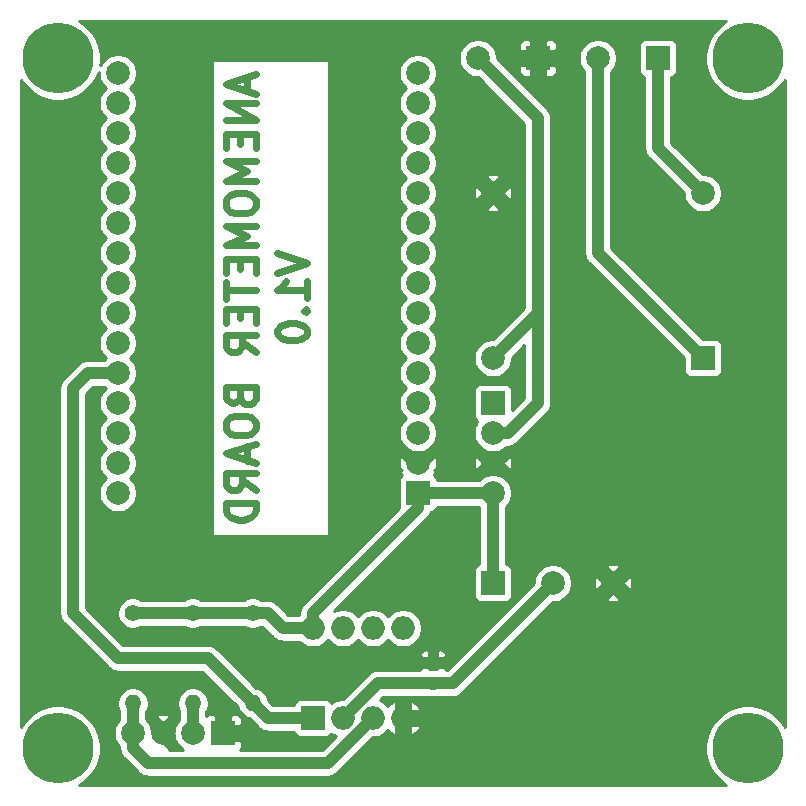
<source format=gbr>
%TF.GenerationSoftware,KiCad,Pcbnew,5.1.6*%
%TF.CreationDate,2020-07-09T18:30:33+12:00*%
%TF.ProjectId,anemometer_board,616e656d-6f6d-4657-9465-725f626f6172,rev?*%
%TF.SameCoordinates,Original*%
%TF.FileFunction,Copper,L2,Bot*%
%TF.FilePolarity,Positive*%
%FSLAX46Y46*%
G04 Gerber Fmt 4.6, Leading zero omitted, Abs format (unit mm)*
G04 Created by KiCad (PCBNEW 5.1.6) date 2020-07-09 18:30:33*
%MOMM*%
%LPD*%
G01*
G04 APERTURE LIST*
%TA.AperFunction,NonConductor*%
%ADD10C,0.600000*%
%TD*%
%TA.AperFunction,ComponentPad*%
%ADD11O,2.000000X2.000000*%
%TD*%
%TA.AperFunction,ComponentPad*%
%ADD12R,2.000000X2.000000*%
%TD*%
%TA.AperFunction,ComponentPad*%
%ADD13O,1.400000X1.400000*%
%TD*%
%TA.AperFunction,ComponentPad*%
%ADD14C,1.400000*%
%TD*%
%TA.AperFunction,ComponentPad*%
%ADD15C,2.000000*%
%TD*%
%TA.AperFunction,ViaPad*%
%ADD16C,6.000000*%
%TD*%
%TA.AperFunction,Conductor*%
%ADD17C,1.000000*%
%TD*%
%TA.AperFunction,Conductor*%
%ADD18C,0.254000*%
%TD*%
G04 APERTURE END LIST*
D10*
X85871666Y-38400000D02*
X85871666Y-39590476D01*
X86585952Y-38161904D02*
X84085952Y-38995238D01*
X86585952Y-39828571D01*
X86585952Y-40661904D02*
X84085952Y-40661904D01*
X86585952Y-42090476D01*
X84085952Y-42090476D01*
X85276428Y-43280952D02*
X85276428Y-44114285D01*
X86585952Y-44471428D02*
X86585952Y-43280952D01*
X84085952Y-43280952D01*
X84085952Y-44471428D01*
X86585952Y-45542857D02*
X84085952Y-45542857D01*
X85871666Y-46376190D01*
X84085952Y-47209523D01*
X86585952Y-47209523D01*
X84085952Y-48876190D02*
X84085952Y-49352380D01*
X84205000Y-49590476D01*
X84443095Y-49828571D01*
X84919285Y-49947619D01*
X85752619Y-49947619D01*
X86228809Y-49828571D01*
X86466904Y-49590476D01*
X86585952Y-49352380D01*
X86585952Y-48876190D01*
X86466904Y-48638095D01*
X86228809Y-48400000D01*
X85752619Y-48280952D01*
X84919285Y-48280952D01*
X84443095Y-48400000D01*
X84205000Y-48638095D01*
X84085952Y-48876190D01*
X86585952Y-51019047D02*
X84085952Y-51019047D01*
X85871666Y-51852380D01*
X84085952Y-52685714D01*
X86585952Y-52685714D01*
X85276428Y-53876190D02*
X85276428Y-54709523D01*
X86585952Y-55066666D02*
X86585952Y-53876190D01*
X84085952Y-53876190D01*
X84085952Y-55066666D01*
X84085952Y-55780952D02*
X84085952Y-57209523D01*
X86585952Y-56495238D02*
X84085952Y-56495238D01*
X85276428Y-58042857D02*
X85276428Y-58876190D01*
X86585952Y-59233333D02*
X86585952Y-58042857D01*
X84085952Y-58042857D01*
X84085952Y-59233333D01*
X86585952Y-61733333D02*
X85395476Y-60900000D01*
X86585952Y-60304761D02*
X84085952Y-60304761D01*
X84085952Y-61257142D01*
X84205000Y-61495238D01*
X84324047Y-61614285D01*
X84562142Y-61733333D01*
X84919285Y-61733333D01*
X85157380Y-61614285D01*
X85276428Y-61495238D01*
X85395476Y-61257142D01*
X85395476Y-60304761D01*
X85276428Y-65542857D02*
X85395476Y-65900000D01*
X85514523Y-66019047D01*
X85752619Y-66138095D01*
X86109761Y-66138095D01*
X86347857Y-66019047D01*
X86466904Y-65900000D01*
X86585952Y-65661904D01*
X86585952Y-64709523D01*
X84085952Y-64709523D01*
X84085952Y-65542857D01*
X84205000Y-65780952D01*
X84324047Y-65900000D01*
X84562142Y-66019047D01*
X84800238Y-66019047D01*
X85038333Y-65900000D01*
X85157380Y-65780952D01*
X85276428Y-65542857D01*
X85276428Y-64709523D01*
X84085952Y-67685714D02*
X84085952Y-68161904D01*
X84205000Y-68400000D01*
X84443095Y-68638095D01*
X84919285Y-68757142D01*
X85752619Y-68757142D01*
X86228809Y-68638095D01*
X86466904Y-68400000D01*
X86585952Y-68161904D01*
X86585952Y-67685714D01*
X86466904Y-67447619D01*
X86228809Y-67209523D01*
X85752619Y-67090476D01*
X84919285Y-67090476D01*
X84443095Y-67209523D01*
X84205000Y-67447619D01*
X84085952Y-67685714D01*
X85871666Y-69709523D02*
X85871666Y-70900000D01*
X86585952Y-69471428D02*
X84085952Y-70304761D01*
X86585952Y-71138095D01*
X86585952Y-73400000D02*
X85395476Y-72566666D01*
X86585952Y-71971428D02*
X84085952Y-71971428D01*
X84085952Y-72923809D01*
X84205000Y-73161904D01*
X84324047Y-73280952D01*
X84562142Y-73400000D01*
X84919285Y-73400000D01*
X85157380Y-73280952D01*
X85276428Y-73161904D01*
X85395476Y-72923809D01*
X85395476Y-71971428D01*
X86585952Y-74471428D02*
X84085952Y-74471428D01*
X84085952Y-75066666D01*
X84205000Y-75423809D01*
X84443095Y-75661904D01*
X84681190Y-75780952D01*
X85157380Y-75900000D01*
X85514523Y-75900000D01*
X85990714Y-75780952D01*
X86228809Y-75661904D01*
X86466904Y-75423809D01*
X86585952Y-75066666D01*
X86585952Y-74471428D01*
X88435952Y-53340476D02*
X90935952Y-54173809D01*
X88435952Y-55007142D01*
X90935952Y-57150000D02*
X90935952Y-55721428D01*
X90935952Y-56435714D02*
X88435952Y-56435714D01*
X88793095Y-56197619D01*
X89031190Y-55959523D01*
X89150238Y-55721428D01*
X90697857Y-58221428D02*
X90816904Y-58340476D01*
X90935952Y-58221428D01*
X90816904Y-58102380D01*
X90697857Y-58221428D01*
X90935952Y-58221428D01*
X88435952Y-59888095D02*
X88435952Y-60126190D01*
X88555000Y-60364285D01*
X88674047Y-60483333D01*
X88912142Y-60602380D01*
X89388333Y-60721428D01*
X89983571Y-60721428D01*
X90459761Y-60602380D01*
X90697857Y-60483333D01*
X90816904Y-60364285D01*
X90935952Y-60126190D01*
X90935952Y-59888095D01*
X90816904Y-59650000D01*
X90697857Y-59530952D01*
X90459761Y-59411904D01*
X89983571Y-59292857D01*
X89388333Y-59292857D01*
X88912142Y-59411904D01*
X88674047Y-59530952D01*
X88555000Y-59650000D01*
X88435952Y-59888095D01*
D11*
%TO.P,U3,8*%
%TO.N,+3V3*%
X91440000Y-85090000D03*
%TO.P,U3,4*%
%TO.N,GND*%
X99060000Y-92710000D03*
%TO.P,U3,7*%
%TO.N,N/C*%
X93980000Y-85090000D03*
%TO.P,U3,3*%
%TO.N,Net-(R2-Pad2)*%
X96520000Y-92710000D03*
%TO.P,U3,6*%
%TO.N,N/C*%
X96520000Y-85090000D03*
%TO.P,U3,2*%
%TO.N,Net-(C1-Pad1)*%
X93980000Y-92710000D03*
%TO.P,U3,5*%
%TO.N,N/C*%
X99060000Y-85090000D03*
D12*
%TO.P,U3,1*%
%TO.N,ANE_OUT*%
X91440000Y-92710000D03*
%TD*%
D13*
%TO.P,R3,2*%
%TO.N,ANE_OUT*%
X86360000Y-91440000D03*
D14*
%TO.P,R3,1*%
%TO.N,+3V3*%
X86360000Y-83820000D03*
%TD*%
D13*
%TO.P,R2,2*%
%TO.N,Net-(R2-Pad2)*%
X76200000Y-91440000D03*
D14*
%TO.P,R2,1*%
%TO.N,+3V3*%
X76200000Y-83820000D03*
%TD*%
D13*
%TO.P,R1,2*%
%TO.N,Net-(R1-Pad2)*%
X81280000Y-91440000D03*
D14*
%TO.P,R1,1*%
%TO.N,+3V3*%
X81280000Y-83820000D03*
%TD*%
D15*
%TO.P,U2,3*%
%TO.N,GND*%
X106680000Y-48260000D03*
%TO.P,U2,2*%
%TO.N,/SOLAR-*%
X124460000Y-48260000D03*
%TO.P,U2,4*%
%TO.N,BATT+*%
X106680000Y-62230000D03*
D12*
%TO.P,U2,1*%
%TO.N,/SOLAR+*%
X124460000Y-62230000D03*
%TD*%
D15*
%TO.P,J2,2*%
%TO.N,BATT+*%
X105410000Y-36830000D03*
D12*
%TO.P,J2,1*%
%TO.N,GND*%
X110490000Y-36830000D03*
%TD*%
D15*
%TO.P,J1,2*%
%TO.N,/SOLAR+*%
X115570000Y-36830000D03*
D12*
%TO.P,J1,1*%
%TO.N,/SOLAR-*%
X120650000Y-36830000D03*
%TD*%
D15*
%TO.P,U1,4*%
%TO.N,Net-(R2-Pad2)*%
X76200000Y-93980000D03*
%TO.P,U1,3*%
%TO.N,GND*%
X78740000Y-93980000D03*
%TO.P,U1,2*%
%TO.N,Net-(R1-Pad2)*%
X81280000Y-93980000D03*
D12*
%TO.P,U1,1*%
%TO.N,GND*%
X83820000Y-93980000D03*
%TD*%
D15*
%TO.P,U4,4*%
%TO.N,+3V3*%
X106680000Y-73660000D03*
%TO.P,U4,3*%
%TO.N,GND*%
X106680000Y-71120000D03*
%TO.P,U4,2*%
%TO.N,BATT+*%
X106680000Y-68580000D03*
D12*
%TO.P,U4,1*%
%TO.N,Net-(U4-Pad1)*%
X106680000Y-66040000D03*
%TD*%
D15*
%TO.P,RV1,3*%
%TO.N,GND*%
X116840000Y-81280000D03*
D12*
%TO.P,RV1,1*%
%TO.N,+3V3*%
X106680000Y-81280000D03*
D15*
%TO.P,RV1,2*%
%TO.N,Net-(C1-Pad1)*%
X111760000Y-81280000D03*
%TD*%
%TO.P,E1,30*%
%TO.N,Net-(E1-Pad30)*%
X74930000Y-38100000D03*
%TO.P,E1,29*%
%TO.N,Net-(E1-Pad29)*%
X74930000Y-40640000D03*
%TO.P,E1,28*%
%TO.N,Net-(E1-Pad28)*%
X74930000Y-43180000D03*
%TO.P,E1,27*%
%TO.N,Net-(E1-Pad27)*%
X74930000Y-45720000D03*
%TO.P,E1,26*%
%TO.N,Net-(E1-Pad26)*%
X74930000Y-48260000D03*
%TO.P,E1,25*%
%TO.N,Net-(E1-Pad25)*%
X74930000Y-50800000D03*
%TO.P,E1,24*%
%TO.N,Net-(E1-Pad24)*%
X74930000Y-53340000D03*
%TO.P,E1,23*%
%TO.N,Net-(E1-Pad23)*%
X74930000Y-55880000D03*
%TO.P,E1,22*%
%TO.N,Net-(E1-Pad22)*%
X74930000Y-58420000D03*
%TO.P,E1,21*%
%TO.N,Net-(E1-Pad21)*%
X74930000Y-60960000D03*
%TO.P,E1,20*%
%TO.N,ANE_OUT*%
X74930000Y-63500000D03*
%TO.P,E1,19*%
%TO.N,Net-(E1-Pad19)*%
X74930000Y-66040000D03*
%TO.P,E1,18*%
%TO.N,Net-(E1-Pad18)*%
X74930000Y-68580000D03*
%TO.P,E1,17*%
%TO.N,Net-(E1-Pad17)*%
X74930000Y-71120000D03*
%TO.P,E1,16*%
%TO.N,Net-(E1-Pad16)*%
X74930000Y-73660000D03*
%TO.P,E1,15*%
%TO.N,Net-(E1-Pad15)*%
X100330000Y-38100000D03*
%TO.P,E1,14*%
%TO.N,Net-(E1-Pad14)*%
X100330000Y-40640000D03*
%TO.P,E1,13*%
%TO.N,Net-(E1-Pad13)*%
X100330000Y-43180000D03*
%TO.P,E1,12*%
%TO.N,Net-(E1-Pad12)*%
X100330000Y-45720000D03*
%TO.P,E1,11*%
%TO.N,Net-(E1-Pad11)*%
X100330000Y-48260000D03*
%TO.P,E1,10*%
%TO.N,Net-(E1-Pad10)*%
X100330000Y-50800000D03*
%TO.P,E1,9*%
%TO.N,Net-(E1-Pad9)*%
X100330000Y-53340000D03*
%TO.P,E1,8*%
%TO.N,Net-(E1-Pad8)*%
X100330000Y-55880000D03*
%TO.P,E1,7*%
%TO.N,Net-(E1-Pad7)*%
X100330000Y-58420000D03*
%TO.P,E1,6*%
%TO.N,Net-(E1-Pad6)*%
X100330000Y-60960000D03*
%TO.P,E1,5*%
%TO.N,Net-(E1-Pad5)*%
X100330000Y-63500000D03*
%TO.P,E1,4*%
%TO.N,Net-(E1-Pad4)*%
X100330000Y-66040000D03*
%TO.P,E1,3*%
%TO.N,Net-(E1-Pad3)*%
X100330000Y-68580000D03*
%TO.P,E1,2*%
%TO.N,GND*%
X100330000Y-71120000D03*
D12*
%TO.P,E1,1*%
%TO.N,+3V3*%
X100330000Y-73660000D03*
%TD*%
%TO.P,C1,1*%
%TO.N,Net-(C1-Pad1)*%
%TA.AperFunction,SMDPad,CuDef*%
G36*
G01*
X101837500Y-90300000D02*
X101362500Y-90300000D01*
G75*
G02*
X101125000Y-90062500I0J237500D01*
G01*
X101125000Y-89487500D01*
G75*
G02*
X101362500Y-89250000I237500J0D01*
G01*
X101837500Y-89250000D01*
G75*
G02*
X102075000Y-89487500I0J-237500D01*
G01*
X102075000Y-90062500D01*
G75*
G02*
X101837500Y-90300000I-237500J0D01*
G01*
G37*
%TD.AperFunction*%
%TO.P,C1,2*%
%TO.N,GND*%
%TA.AperFunction,SMDPad,CuDef*%
G36*
G01*
X101837500Y-88550000D02*
X101362500Y-88550000D01*
G75*
G02*
X101125000Y-88312500I0J237500D01*
G01*
X101125000Y-87737500D01*
G75*
G02*
X101362500Y-87500000I237500J0D01*
G01*
X101837500Y-87500000D01*
G75*
G02*
X102075000Y-87737500I0J-237500D01*
G01*
X102075000Y-88312500D01*
G75*
G02*
X101837500Y-88550000I-237500J0D01*
G01*
G37*
%TD.AperFunction*%
%TD*%
D16*
%TO.N,*%
X69850000Y-36830000D03*
X69850000Y-95250000D03*
X128270000Y-95250000D03*
X128270000Y-36830000D03*
%TD*%
D17*
%TO.N,Net-(C1-Pad1)*%
X93980000Y-92710000D02*
X96915000Y-89775000D01*
X103265000Y-89775000D02*
X111760000Y-81280000D01*
X96915000Y-89775000D02*
X103265000Y-89775000D01*
%TO.N,+3V3*%
X100330000Y-73660000D02*
X100330000Y-74930000D01*
X91440000Y-83820000D02*
X91440000Y-85090000D01*
X100330000Y-74930000D02*
X91440000Y-83820000D01*
X106680000Y-81280000D02*
X106680000Y-73660000D01*
X100330000Y-73660000D02*
X106680000Y-73660000D01*
X76200000Y-83820000D02*
X87630000Y-83820000D01*
X88900000Y-85090000D02*
X91440000Y-85090000D01*
X87630000Y-83820000D02*
X88900000Y-85090000D01*
%TO.N,/SOLAR-*%
X124460000Y-48260000D02*
X120650000Y-44450000D01*
X120650000Y-44450000D02*
X120650000Y-36830000D01*
%TO.N,/SOLAR+*%
X124460000Y-62230000D02*
X115570000Y-53340000D01*
X115570000Y-53340000D02*
X115570000Y-36830000D01*
%TO.N,BATT+*%
X106680000Y-68580000D02*
X107950000Y-68580000D01*
X107950000Y-68580000D02*
X110490000Y-66040000D01*
X110490000Y-41910000D02*
X105410000Y-36830000D01*
X110490000Y-57150000D02*
X110490000Y-41910000D01*
X106680000Y-62230000D02*
X110490000Y-58420000D01*
X110490000Y-58420000D02*
X110490000Y-57150000D01*
X110490000Y-66040000D02*
X110490000Y-58420000D01*
%TO.N,Net-(R1-Pad2)*%
X81280000Y-91440000D02*
X81280000Y-93980000D01*
%TO.N,Net-(R2-Pad2)*%
X96520000Y-92710000D02*
X92710000Y-96520000D01*
X92710000Y-96520000D02*
X77470000Y-96520000D01*
X76200000Y-95250000D02*
X76200000Y-93980000D01*
X77470000Y-96520000D02*
X76200000Y-95250000D01*
X76200000Y-91440000D02*
X76200000Y-93980000D01*
%TO.N,ANE_OUT*%
X87630000Y-92710000D02*
X86360000Y-91440000D01*
X91440000Y-92710000D02*
X87630000Y-92710000D01*
X72390000Y-63500000D02*
X74930000Y-63500000D01*
X71120000Y-64770000D02*
X72390000Y-63500000D01*
X71120000Y-83820000D02*
X71120000Y-64770000D01*
X74930000Y-87630000D02*
X71120000Y-83820000D01*
X82550000Y-87630000D02*
X74930000Y-87630000D01*
X86360000Y-91440000D02*
X82550000Y-87630000D01*
%TD*%
D18*
%TO.N,GND*%
G36*
X125952823Y-34006511D02*
G01*
X125446511Y-34512823D01*
X125048705Y-35108182D01*
X124774691Y-35769710D01*
X124635000Y-36471984D01*
X124635000Y-37188016D01*
X124774691Y-37890290D01*
X125048705Y-38551818D01*
X125446511Y-39147177D01*
X125952823Y-39653489D01*
X126548182Y-40051295D01*
X127209710Y-40325309D01*
X127911984Y-40465000D01*
X128628016Y-40465000D01*
X129330290Y-40325309D01*
X129991818Y-40051295D01*
X130587177Y-39653489D01*
X131093489Y-39147177D01*
X131420001Y-38658517D01*
X131420000Y-93421481D01*
X131093489Y-92932823D01*
X130587177Y-92426511D01*
X129991818Y-92028705D01*
X129330290Y-91754691D01*
X128628016Y-91615000D01*
X127911984Y-91615000D01*
X127209710Y-91754691D01*
X126548182Y-92028705D01*
X125952823Y-92426511D01*
X125446511Y-92932823D01*
X125048705Y-93528182D01*
X124774691Y-94189710D01*
X124635000Y-94891984D01*
X124635000Y-95608016D01*
X124774691Y-96310290D01*
X125048705Y-96971818D01*
X125446511Y-97567177D01*
X125952823Y-98073489D01*
X126441481Y-98400000D01*
X71678519Y-98400000D01*
X72167177Y-98073489D01*
X72673489Y-97567177D01*
X73071295Y-96971818D01*
X73345309Y-96310290D01*
X73485000Y-95608016D01*
X73485000Y-94891984D01*
X73345309Y-94189710D01*
X73071295Y-93528182D01*
X72673489Y-92932823D01*
X72167177Y-92426511D01*
X71571818Y-92028705D01*
X70910290Y-91754691D01*
X70208016Y-91615000D01*
X69491984Y-91615000D01*
X68789710Y-91754691D01*
X68128182Y-92028705D01*
X67532823Y-92426511D01*
X67026511Y-92932823D01*
X66700000Y-93421481D01*
X66700000Y-38658519D01*
X67026511Y-39147177D01*
X67532823Y-39653489D01*
X68128182Y-40051295D01*
X68789710Y-40325309D01*
X69491984Y-40465000D01*
X70208016Y-40465000D01*
X70910290Y-40325309D01*
X71571818Y-40051295D01*
X72167177Y-39653489D01*
X72673489Y-39147177D01*
X73071295Y-38551818D01*
X73295000Y-38011747D01*
X73295000Y-38261033D01*
X73357832Y-38576912D01*
X73481082Y-38874463D01*
X73660013Y-39142252D01*
X73887748Y-39369987D01*
X73887767Y-39370000D01*
X73887748Y-39370013D01*
X73660013Y-39597748D01*
X73481082Y-39865537D01*
X73357832Y-40163088D01*
X73295000Y-40478967D01*
X73295000Y-40801033D01*
X73357832Y-41116912D01*
X73481082Y-41414463D01*
X73660013Y-41682252D01*
X73887748Y-41909987D01*
X73887767Y-41910000D01*
X73887748Y-41910013D01*
X73660013Y-42137748D01*
X73481082Y-42405537D01*
X73357832Y-42703088D01*
X73295000Y-43018967D01*
X73295000Y-43341033D01*
X73357832Y-43656912D01*
X73481082Y-43954463D01*
X73660013Y-44222252D01*
X73887748Y-44449987D01*
X73887767Y-44450000D01*
X73887748Y-44450013D01*
X73660013Y-44677748D01*
X73481082Y-44945537D01*
X73357832Y-45243088D01*
X73295000Y-45558967D01*
X73295000Y-45881033D01*
X73357832Y-46196912D01*
X73481082Y-46494463D01*
X73660013Y-46762252D01*
X73887748Y-46989987D01*
X73887767Y-46990000D01*
X73887748Y-46990013D01*
X73660013Y-47217748D01*
X73481082Y-47485537D01*
X73357832Y-47783088D01*
X73295000Y-48098967D01*
X73295000Y-48421033D01*
X73357832Y-48736912D01*
X73481082Y-49034463D01*
X73660013Y-49302252D01*
X73887748Y-49529987D01*
X73887767Y-49530000D01*
X73887748Y-49530013D01*
X73660013Y-49757748D01*
X73481082Y-50025537D01*
X73357832Y-50323088D01*
X73295000Y-50638967D01*
X73295000Y-50961033D01*
X73357832Y-51276912D01*
X73481082Y-51574463D01*
X73660013Y-51842252D01*
X73887748Y-52069987D01*
X73887767Y-52070000D01*
X73887748Y-52070013D01*
X73660013Y-52297748D01*
X73481082Y-52565537D01*
X73357832Y-52863088D01*
X73295000Y-53178967D01*
X73295000Y-53501033D01*
X73357832Y-53816912D01*
X73481082Y-54114463D01*
X73660013Y-54382252D01*
X73887748Y-54609987D01*
X73887767Y-54610000D01*
X73887748Y-54610013D01*
X73660013Y-54837748D01*
X73481082Y-55105537D01*
X73357832Y-55403088D01*
X73295000Y-55718967D01*
X73295000Y-56041033D01*
X73357832Y-56356912D01*
X73481082Y-56654463D01*
X73660013Y-56922252D01*
X73887748Y-57149987D01*
X73887767Y-57150000D01*
X73887748Y-57150013D01*
X73660013Y-57377748D01*
X73481082Y-57645537D01*
X73357832Y-57943088D01*
X73295000Y-58258967D01*
X73295000Y-58581033D01*
X73357832Y-58896912D01*
X73481082Y-59194463D01*
X73660013Y-59462252D01*
X73887748Y-59689987D01*
X73887767Y-59690000D01*
X73887748Y-59690013D01*
X73660013Y-59917748D01*
X73481082Y-60185537D01*
X73357832Y-60483088D01*
X73295000Y-60798967D01*
X73295000Y-61121033D01*
X73357832Y-61436912D01*
X73481082Y-61734463D01*
X73660013Y-62002252D01*
X73887748Y-62229987D01*
X73887767Y-62230000D01*
X73887748Y-62230013D01*
X73752761Y-62365000D01*
X72445743Y-62365000D01*
X72389999Y-62359510D01*
X72334255Y-62365000D01*
X72334248Y-62365000D01*
X72188493Y-62379356D01*
X72167500Y-62381423D01*
X72135821Y-62391033D01*
X71953553Y-62446324D01*
X71756377Y-62551716D01*
X71583551Y-62693551D01*
X71548008Y-62736860D01*
X70356860Y-63928009D01*
X70313552Y-63963551D01*
X70171717Y-64136377D01*
X70115384Y-64241770D01*
X70066324Y-64333554D01*
X70001423Y-64547502D01*
X69979509Y-64770000D01*
X69985001Y-64825762D01*
X69985000Y-83764248D01*
X69979509Y-83820000D01*
X69985000Y-83875751D01*
X70001423Y-84042498D01*
X70066324Y-84256446D01*
X70171716Y-84453623D01*
X70313551Y-84626449D01*
X70356865Y-84661996D01*
X74088013Y-88393146D01*
X74123551Y-88436449D01*
X74166854Y-88471987D01*
X74166856Y-88471989D01*
X74296377Y-88578284D01*
X74493553Y-88683676D01*
X74707501Y-88748577D01*
X74930000Y-88770491D01*
X74985752Y-88765000D01*
X82079869Y-88765000D01*
X85059427Y-91744560D01*
X85076304Y-91829405D01*
X85176939Y-92072359D01*
X85323038Y-92291013D01*
X85508987Y-92476962D01*
X85727641Y-92623061D01*
X85970595Y-92723696D01*
X86055442Y-92740573D01*
X86788008Y-93473140D01*
X86823551Y-93516449D01*
X86996377Y-93658284D01*
X87193553Y-93763676D01*
X87357705Y-93813471D01*
X87407500Y-93828577D01*
X87428493Y-93830644D01*
X87574248Y-93845000D01*
X87574255Y-93845000D01*
X87629999Y-93850490D01*
X87685743Y-93845000D01*
X89817379Y-93845000D01*
X89850498Y-93954180D01*
X89909463Y-94064494D01*
X89988815Y-94161185D01*
X90085506Y-94240537D01*
X90195820Y-94299502D01*
X90315518Y-94335812D01*
X90440000Y-94348072D01*
X92440000Y-94348072D01*
X92564482Y-94335812D01*
X92684180Y-94299502D01*
X92794494Y-94240537D01*
X92891185Y-94161185D01*
X92970537Y-94064494D01*
X92995191Y-94018370D01*
X93205537Y-94158918D01*
X93389677Y-94235191D01*
X92239869Y-95385000D01*
X85309088Y-95385000D01*
X85350537Y-95334494D01*
X85409502Y-95224180D01*
X85445812Y-95104482D01*
X85458072Y-94980000D01*
X85455000Y-94711750D01*
X85296250Y-94553000D01*
X84393000Y-94553000D01*
X84393000Y-94573000D01*
X83247000Y-94573000D01*
X83247000Y-94553000D01*
X83227000Y-94553000D01*
X83227000Y-93407000D01*
X83247000Y-93407000D01*
X83247000Y-92503750D01*
X84393000Y-92503750D01*
X84393000Y-93407000D01*
X85296250Y-93407000D01*
X85455000Y-93248250D01*
X85458072Y-92980000D01*
X85445812Y-92855518D01*
X85409502Y-92735820D01*
X85350537Y-92625506D01*
X85271185Y-92528815D01*
X85174494Y-92449463D01*
X85064180Y-92390498D01*
X84944482Y-92354188D01*
X84820000Y-92341928D01*
X84551750Y-92345000D01*
X84393000Y-92503750D01*
X83247000Y-92503750D01*
X83088250Y-92345000D01*
X82820000Y-92341928D01*
X82695518Y-92354188D01*
X82575820Y-92390498D01*
X82465506Y-92449463D01*
X82415000Y-92490912D01*
X82415000Y-92144288D01*
X82463061Y-92072359D01*
X82563696Y-91829405D01*
X82615000Y-91571486D01*
X82615000Y-91308514D01*
X82563696Y-91050595D01*
X82463061Y-90807641D01*
X82316962Y-90588987D01*
X82131013Y-90403038D01*
X81912359Y-90256939D01*
X81669405Y-90156304D01*
X81411486Y-90105000D01*
X81148514Y-90105000D01*
X80890595Y-90156304D01*
X80647641Y-90256939D01*
X80428987Y-90403038D01*
X80243038Y-90588987D01*
X80096939Y-90807641D01*
X79996304Y-91050595D01*
X79945000Y-91308514D01*
X79945000Y-91571486D01*
X79996304Y-91829405D01*
X80096939Y-92072359D01*
X80145000Y-92144288D01*
X80145001Y-92802760D01*
X80010013Y-92937748D01*
X79831082Y-93205537D01*
X79707832Y-93503088D01*
X79645000Y-93818967D01*
X79645000Y-93885344D01*
X79550344Y-93980000D01*
X79645000Y-94074656D01*
X79645000Y-94141033D01*
X79707832Y-94456912D01*
X79831082Y-94754463D01*
X80010013Y-95022252D01*
X80237748Y-95249987D01*
X80439809Y-95385000D01*
X79284498Y-95385000D01*
X79302920Y-95353264D01*
X78740000Y-94790344D01*
X78725858Y-94804487D01*
X77915514Y-93994143D01*
X77929656Y-93980000D01*
X77835000Y-93885344D01*
X77835000Y-93818967D01*
X77772168Y-93503088D01*
X77648918Y-93205537D01*
X77469987Y-92937748D01*
X77335000Y-92802761D01*
X77335000Y-92606736D01*
X78177080Y-92606736D01*
X78740000Y-93169656D01*
X79302920Y-92606736D01*
X79181475Y-92397516D01*
X78864265Y-92341796D01*
X78542280Y-92349031D01*
X78298525Y-92397516D01*
X78177080Y-92606736D01*
X77335000Y-92606736D01*
X77335000Y-92144288D01*
X77383061Y-92072359D01*
X77483696Y-91829405D01*
X77535000Y-91571486D01*
X77535000Y-91308514D01*
X77483696Y-91050595D01*
X77383061Y-90807641D01*
X77236962Y-90588987D01*
X77051013Y-90403038D01*
X76832359Y-90256939D01*
X76589405Y-90156304D01*
X76331486Y-90105000D01*
X76068514Y-90105000D01*
X75810595Y-90156304D01*
X75567641Y-90256939D01*
X75348987Y-90403038D01*
X75163038Y-90588987D01*
X75016939Y-90807641D01*
X74916304Y-91050595D01*
X74865000Y-91308514D01*
X74865000Y-91571486D01*
X74916304Y-91829405D01*
X75016939Y-92072359D01*
X75065000Y-92144288D01*
X75065001Y-92802760D01*
X74930013Y-92937748D01*
X74751082Y-93205537D01*
X74627832Y-93503088D01*
X74565000Y-93818967D01*
X74565000Y-94141033D01*
X74627832Y-94456912D01*
X74751082Y-94754463D01*
X74930013Y-95022252D01*
X75065000Y-95157239D01*
X75065000Y-95194249D01*
X75059509Y-95250000D01*
X75065000Y-95305751D01*
X75081423Y-95472498D01*
X75146324Y-95686446D01*
X75251716Y-95883623D01*
X75393551Y-96056449D01*
X75436865Y-96091996D01*
X76628008Y-97283140D01*
X76663551Y-97326449D01*
X76836377Y-97468284D01*
X77033553Y-97573676D01*
X77197705Y-97623471D01*
X77247500Y-97638577D01*
X77268493Y-97640644D01*
X77414248Y-97655000D01*
X77414255Y-97655000D01*
X77469999Y-97660490D01*
X77525743Y-97655000D01*
X92654249Y-97655000D01*
X92710000Y-97660491D01*
X92765751Y-97655000D01*
X92765752Y-97655000D01*
X92932499Y-97638577D01*
X93146447Y-97573676D01*
X93343623Y-97468284D01*
X93516449Y-97326449D01*
X93551996Y-97283135D01*
X96490133Y-94345000D01*
X96681033Y-94345000D01*
X96996912Y-94282168D01*
X97294463Y-94158918D01*
X97562252Y-93979987D01*
X97789987Y-93752252D01*
X97796716Y-93742181D01*
X97821648Y-93777602D01*
X98053721Y-93998679D01*
X98254506Y-94132815D01*
X98487000Y-94070509D01*
X98487000Y-93283000D01*
X99633000Y-93283000D01*
X99633000Y-94070509D01*
X99865494Y-94132815D01*
X100066279Y-93998679D01*
X100298352Y-93777602D01*
X100482836Y-93515498D01*
X100432576Y-93283000D01*
X99633000Y-93283000D01*
X98487000Y-93283000D01*
X98467000Y-93283000D01*
X98467000Y-92137000D01*
X98487000Y-92137000D01*
X98487000Y-91349491D01*
X99633000Y-91349491D01*
X99633000Y-92137000D01*
X100432576Y-92137000D01*
X100482836Y-91904502D01*
X100298352Y-91642398D01*
X100066279Y-91421321D01*
X99865494Y-91287185D01*
X99633000Y-91349491D01*
X98487000Y-91349491D01*
X98254506Y-91287185D01*
X98053721Y-91421321D01*
X97821648Y-91642398D01*
X97796716Y-91677819D01*
X97789987Y-91667748D01*
X97562252Y-91440013D01*
X97294463Y-91261082D01*
X97110323Y-91184809D01*
X97385132Y-90910000D01*
X101154604Y-90910000D01*
X101191684Y-90921248D01*
X101362500Y-90938072D01*
X101837500Y-90938072D01*
X102008316Y-90921248D01*
X102045396Y-90910000D01*
X103209249Y-90910000D01*
X103265000Y-90915491D01*
X103320751Y-90910000D01*
X103320752Y-90910000D01*
X103487499Y-90893577D01*
X103701447Y-90828676D01*
X103898623Y-90723284D01*
X104071449Y-90581449D01*
X104106996Y-90538135D01*
X111730132Y-82915000D01*
X111921033Y-82915000D01*
X112236912Y-82852168D01*
X112534463Y-82728918D01*
X112647687Y-82653264D01*
X116277080Y-82653264D01*
X116398525Y-82862484D01*
X116715735Y-82918204D01*
X117037720Y-82910969D01*
X117281475Y-82862484D01*
X117402920Y-82653264D01*
X116840000Y-82090344D01*
X116277080Y-82653264D01*
X112647687Y-82653264D01*
X112802252Y-82549987D01*
X113029987Y-82322252D01*
X113208918Y-82054463D01*
X113332168Y-81756912D01*
X113395000Y-81441033D01*
X113395000Y-81155735D01*
X115201796Y-81155735D01*
X115209031Y-81477720D01*
X115257516Y-81721475D01*
X115466736Y-81842920D01*
X116029656Y-81280000D01*
X117650344Y-81280000D01*
X118213264Y-81842920D01*
X118422484Y-81721475D01*
X118478204Y-81404265D01*
X118470969Y-81082280D01*
X118422484Y-80838525D01*
X118213264Y-80717080D01*
X117650344Y-81280000D01*
X116029656Y-81280000D01*
X115466736Y-80717080D01*
X115257516Y-80838525D01*
X115201796Y-81155735D01*
X113395000Y-81155735D01*
X113395000Y-81118967D01*
X113332168Y-80803088D01*
X113208918Y-80505537D01*
X113029987Y-80237748D01*
X112802252Y-80010013D01*
X112647688Y-79906736D01*
X116277080Y-79906736D01*
X116840000Y-80469656D01*
X117402920Y-79906736D01*
X117281475Y-79697516D01*
X116964265Y-79641796D01*
X116642280Y-79649031D01*
X116398525Y-79697516D01*
X116277080Y-79906736D01*
X112647688Y-79906736D01*
X112534463Y-79831082D01*
X112236912Y-79707832D01*
X111921033Y-79645000D01*
X111598967Y-79645000D01*
X111283088Y-79707832D01*
X110985537Y-79831082D01*
X110717748Y-80010013D01*
X110490013Y-80237748D01*
X110311082Y-80505537D01*
X110187832Y-80803088D01*
X110125000Y-81118967D01*
X110125000Y-81309868D01*
X102794869Y-88640000D01*
X102704994Y-88640000D01*
X102710000Y-88581750D01*
X102551250Y-88423000D01*
X101948000Y-88423000D01*
X101948000Y-88550000D01*
X101252000Y-88550000D01*
X101252000Y-88423000D01*
X100648750Y-88423000D01*
X100490000Y-88581750D01*
X100495006Y-88640000D01*
X96970752Y-88640000D01*
X96915000Y-88634509D01*
X96859248Y-88640000D01*
X96692501Y-88656423D01*
X96478553Y-88721324D01*
X96281377Y-88826716D01*
X96108551Y-88968551D01*
X96073011Y-89011857D01*
X94009869Y-91075000D01*
X93818967Y-91075000D01*
X93503088Y-91137832D01*
X93205537Y-91261082D01*
X92995191Y-91401630D01*
X92970537Y-91355506D01*
X92891185Y-91258815D01*
X92794494Y-91179463D01*
X92684180Y-91120498D01*
X92564482Y-91084188D01*
X92440000Y-91071928D01*
X90440000Y-91071928D01*
X90315518Y-91084188D01*
X90195820Y-91120498D01*
X90085506Y-91179463D01*
X89988815Y-91258815D01*
X89909463Y-91355506D01*
X89850498Y-91465820D01*
X89817379Y-91575000D01*
X88100132Y-91575000D01*
X87660573Y-91135442D01*
X87643696Y-91050595D01*
X87543061Y-90807641D01*
X87396962Y-90588987D01*
X87211013Y-90403038D01*
X86992359Y-90256939D01*
X86749405Y-90156304D01*
X86664560Y-90139427D01*
X83993382Y-87468250D01*
X100490000Y-87468250D01*
X100648750Y-87627000D01*
X101252000Y-87627000D01*
X101252000Y-87023750D01*
X101948000Y-87023750D01*
X101948000Y-87627000D01*
X102551250Y-87627000D01*
X102710000Y-87468250D01*
X102703046Y-87387330D01*
X102668997Y-87266970D01*
X102612122Y-87155564D01*
X102534605Y-87057395D01*
X102439426Y-86976235D01*
X102330242Y-86915203D01*
X102211249Y-86876645D01*
X102106750Y-86865000D01*
X101948000Y-87023750D01*
X101252000Y-87023750D01*
X101093250Y-86865000D01*
X100988751Y-86876645D01*
X100869758Y-86915203D01*
X100760574Y-86976235D01*
X100665395Y-87057395D01*
X100587878Y-87155564D01*
X100531003Y-87266970D01*
X100496954Y-87387330D01*
X100490000Y-87468250D01*
X83993382Y-87468250D01*
X83391996Y-86866865D01*
X83356449Y-86823551D01*
X83183623Y-86681716D01*
X82986447Y-86576324D01*
X82772499Y-86511423D01*
X82605752Y-86495000D01*
X82605751Y-86495000D01*
X82550000Y-86489509D01*
X82494249Y-86495000D01*
X75400133Y-86495000D01*
X72593646Y-83688514D01*
X74865000Y-83688514D01*
X74865000Y-83951486D01*
X74916304Y-84209405D01*
X75016939Y-84452359D01*
X75163038Y-84671013D01*
X75348987Y-84856962D01*
X75567641Y-85003061D01*
X75810595Y-85103696D01*
X76068514Y-85155000D01*
X76331486Y-85155000D01*
X76589405Y-85103696D01*
X76832359Y-85003061D01*
X76904288Y-84955000D01*
X80575712Y-84955000D01*
X80647641Y-85003061D01*
X80890595Y-85103696D01*
X81148514Y-85155000D01*
X81411486Y-85155000D01*
X81669405Y-85103696D01*
X81912359Y-85003061D01*
X81984288Y-84955000D01*
X85655712Y-84955000D01*
X85727641Y-85003061D01*
X85970595Y-85103696D01*
X86228514Y-85155000D01*
X86491486Y-85155000D01*
X86749405Y-85103696D01*
X86992359Y-85003061D01*
X87064288Y-84955000D01*
X87159869Y-84955000D01*
X88058008Y-85853140D01*
X88093551Y-85896449D01*
X88266377Y-86038284D01*
X88463553Y-86143676D01*
X88627705Y-86193471D01*
X88677500Y-86208577D01*
X88698493Y-86210644D01*
X88844248Y-86225000D01*
X88844255Y-86225000D01*
X88899999Y-86230490D01*
X88955743Y-86225000D01*
X90262761Y-86225000D01*
X90397748Y-86359987D01*
X90665537Y-86538918D01*
X90963088Y-86662168D01*
X91278967Y-86725000D01*
X91601033Y-86725000D01*
X91916912Y-86662168D01*
X92214463Y-86538918D01*
X92482252Y-86359987D01*
X92709987Y-86132252D01*
X92710000Y-86132233D01*
X92710013Y-86132252D01*
X92937748Y-86359987D01*
X93205537Y-86538918D01*
X93503088Y-86662168D01*
X93818967Y-86725000D01*
X94141033Y-86725000D01*
X94456912Y-86662168D01*
X94754463Y-86538918D01*
X95022252Y-86359987D01*
X95249987Y-86132252D01*
X95250000Y-86132233D01*
X95250013Y-86132252D01*
X95477748Y-86359987D01*
X95745537Y-86538918D01*
X96043088Y-86662168D01*
X96358967Y-86725000D01*
X96681033Y-86725000D01*
X96996912Y-86662168D01*
X97294463Y-86538918D01*
X97562252Y-86359987D01*
X97789987Y-86132252D01*
X97790000Y-86132233D01*
X97790013Y-86132252D01*
X98017748Y-86359987D01*
X98285537Y-86538918D01*
X98583088Y-86662168D01*
X98898967Y-86725000D01*
X99221033Y-86725000D01*
X99536912Y-86662168D01*
X99834463Y-86538918D01*
X100102252Y-86359987D01*
X100329987Y-86132252D01*
X100508918Y-85864463D01*
X100632168Y-85566912D01*
X100695000Y-85251033D01*
X100695000Y-84928967D01*
X100632168Y-84613088D01*
X100508918Y-84315537D01*
X100329987Y-84047748D01*
X100102252Y-83820013D01*
X99834463Y-83641082D01*
X99536912Y-83517832D01*
X99221033Y-83455000D01*
X98898967Y-83455000D01*
X98583088Y-83517832D01*
X98285537Y-83641082D01*
X98017748Y-83820013D01*
X97790013Y-84047748D01*
X97790000Y-84047767D01*
X97789987Y-84047748D01*
X97562252Y-83820013D01*
X97294463Y-83641082D01*
X96996912Y-83517832D01*
X96681033Y-83455000D01*
X96358967Y-83455000D01*
X96043088Y-83517832D01*
X95745537Y-83641082D01*
X95477748Y-83820013D01*
X95250013Y-84047748D01*
X95250000Y-84047767D01*
X95249987Y-84047748D01*
X95022252Y-83820013D01*
X94754463Y-83641082D01*
X94456912Y-83517832D01*
X94141033Y-83455000D01*
X93818967Y-83455000D01*
X93503088Y-83517832D01*
X93237139Y-83627992D01*
X101093146Y-75771987D01*
X101136449Y-75736449D01*
X101278284Y-75563623D01*
X101383676Y-75366447D01*
X101406709Y-75290517D01*
X101454482Y-75285812D01*
X101574180Y-75249502D01*
X101684494Y-75190537D01*
X101781185Y-75111185D01*
X101860537Y-75014494D01*
X101919502Y-74904180D01*
X101952621Y-74795000D01*
X105502761Y-74795000D01*
X105545001Y-74837240D01*
X105545000Y-79657379D01*
X105435820Y-79690498D01*
X105325506Y-79749463D01*
X105228815Y-79828815D01*
X105149463Y-79925506D01*
X105090498Y-80035820D01*
X105054188Y-80155518D01*
X105041928Y-80280000D01*
X105041928Y-82280000D01*
X105054188Y-82404482D01*
X105090498Y-82524180D01*
X105149463Y-82634494D01*
X105228815Y-82731185D01*
X105325506Y-82810537D01*
X105435820Y-82869502D01*
X105555518Y-82905812D01*
X105680000Y-82918072D01*
X107680000Y-82918072D01*
X107804482Y-82905812D01*
X107924180Y-82869502D01*
X108034494Y-82810537D01*
X108131185Y-82731185D01*
X108210537Y-82634494D01*
X108269502Y-82524180D01*
X108305812Y-82404482D01*
X108318072Y-82280000D01*
X108318072Y-80280000D01*
X108305812Y-80155518D01*
X108269502Y-80035820D01*
X108210537Y-79925506D01*
X108131185Y-79828815D01*
X108034494Y-79749463D01*
X107924180Y-79690498D01*
X107815000Y-79657379D01*
X107815000Y-74837239D01*
X107949987Y-74702252D01*
X108128918Y-74434463D01*
X108252168Y-74136912D01*
X108315000Y-73821033D01*
X108315000Y-73498967D01*
X108252168Y-73183088D01*
X108128918Y-72885537D01*
X107949987Y-72617748D01*
X107722252Y-72390013D01*
X107454463Y-72211082D01*
X107156912Y-72087832D01*
X106841033Y-72025000D01*
X106774656Y-72025000D01*
X106680000Y-71930344D01*
X106585344Y-72025000D01*
X106518967Y-72025000D01*
X106203088Y-72087832D01*
X105905537Y-72211082D01*
X105637748Y-72390013D01*
X105502761Y-72525000D01*
X101952621Y-72525000D01*
X101919502Y-72415820D01*
X101860537Y-72305506D01*
X101781185Y-72208815D01*
X101684494Y-72129463D01*
X101657516Y-72115043D01*
X101896453Y-71876106D01*
X101703266Y-71682919D01*
X101912484Y-71561475D01*
X101968204Y-71244265D01*
X101962620Y-70995735D01*
X105041796Y-70995735D01*
X105049031Y-71317720D01*
X105097516Y-71561475D01*
X105306736Y-71682920D01*
X105869656Y-71120000D01*
X107490344Y-71120000D01*
X108053264Y-71682920D01*
X108262484Y-71561475D01*
X108318204Y-71244265D01*
X108310969Y-70922280D01*
X108262484Y-70678525D01*
X108053264Y-70557080D01*
X107490344Y-71120000D01*
X105869656Y-71120000D01*
X105306736Y-70557080D01*
X105097516Y-70678525D01*
X105041796Y-70995735D01*
X101962620Y-70995735D01*
X101960969Y-70922280D01*
X101912484Y-70678525D01*
X101703264Y-70557080D01*
X101140344Y-71120000D01*
X101154487Y-71134143D01*
X100344143Y-71944487D01*
X100330000Y-71930344D01*
X100315858Y-71944487D01*
X99505514Y-71134143D01*
X99519656Y-71120000D01*
X98956736Y-70557080D01*
X98747516Y-70678525D01*
X98691796Y-70995735D01*
X98699031Y-71317720D01*
X98747516Y-71561475D01*
X98956734Y-71682919D01*
X98763547Y-71876106D01*
X99002484Y-72115043D01*
X98975506Y-72129463D01*
X98878815Y-72208815D01*
X98799463Y-72305506D01*
X98740498Y-72415820D01*
X98704188Y-72535518D01*
X98691928Y-72660000D01*
X98691928Y-74660000D01*
X98704188Y-74784482D01*
X98740498Y-74904180D01*
X98744047Y-74910820D01*
X90676865Y-82978004D01*
X90633551Y-83013551D01*
X90491716Y-83186377D01*
X90386325Y-83383553D01*
X90386324Y-83383554D01*
X90321423Y-83597502D01*
X90299509Y-83820000D01*
X90305000Y-83875751D01*
X90305000Y-83912761D01*
X90262761Y-83955000D01*
X89370132Y-83955000D01*
X88471996Y-83056865D01*
X88436449Y-83013551D01*
X88263623Y-82871716D01*
X88066447Y-82766324D01*
X87852499Y-82701423D01*
X87685752Y-82685000D01*
X87685751Y-82685000D01*
X87630000Y-82679509D01*
X87574249Y-82685000D01*
X87064288Y-82685000D01*
X86992359Y-82636939D01*
X86749405Y-82536304D01*
X86491486Y-82485000D01*
X86228514Y-82485000D01*
X85970595Y-82536304D01*
X85727641Y-82636939D01*
X85655712Y-82685000D01*
X81984288Y-82685000D01*
X81912359Y-82636939D01*
X81669405Y-82536304D01*
X81411486Y-82485000D01*
X81148514Y-82485000D01*
X80890595Y-82536304D01*
X80647641Y-82636939D01*
X80575712Y-82685000D01*
X76904288Y-82685000D01*
X76832359Y-82636939D01*
X76589405Y-82536304D01*
X76331486Y-82485000D01*
X76068514Y-82485000D01*
X75810595Y-82536304D01*
X75567641Y-82636939D01*
X75348987Y-82783038D01*
X75163038Y-82968987D01*
X75016939Y-83187641D01*
X74916304Y-83430595D01*
X74865000Y-83688514D01*
X72593646Y-83688514D01*
X72255000Y-83349869D01*
X72255000Y-65240131D01*
X72860132Y-64635000D01*
X73752761Y-64635000D01*
X73887748Y-64769987D01*
X73887767Y-64770000D01*
X73887748Y-64770013D01*
X73660013Y-64997748D01*
X73481082Y-65265537D01*
X73357832Y-65563088D01*
X73295000Y-65878967D01*
X73295000Y-66201033D01*
X73357832Y-66516912D01*
X73481082Y-66814463D01*
X73660013Y-67082252D01*
X73887748Y-67309987D01*
X73887767Y-67310000D01*
X73887748Y-67310013D01*
X73660013Y-67537748D01*
X73481082Y-67805537D01*
X73357832Y-68103088D01*
X73295000Y-68418967D01*
X73295000Y-68741033D01*
X73357832Y-69056912D01*
X73481082Y-69354463D01*
X73660013Y-69622252D01*
X73887748Y-69849987D01*
X73887767Y-69850000D01*
X73887748Y-69850013D01*
X73660013Y-70077748D01*
X73481082Y-70345537D01*
X73357832Y-70643088D01*
X73295000Y-70958967D01*
X73295000Y-71281033D01*
X73357832Y-71596912D01*
X73481082Y-71894463D01*
X73660013Y-72162252D01*
X73887748Y-72389987D01*
X73887767Y-72390000D01*
X73887748Y-72390013D01*
X73660013Y-72617748D01*
X73481082Y-72885537D01*
X73357832Y-73183088D01*
X73295000Y-73498967D01*
X73295000Y-73821033D01*
X73357832Y-74136912D01*
X73481082Y-74434463D01*
X73660013Y-74702252D01*
X73887748Y-74929987D01*
X74155537Y-75108918D01*
X74453088Y-75232168D01*
X74768967Y-75295000D01*
X75091033Y-75295000D01*
X75406912Y-75232168D01*
X75704463Y-75108918D01*
X75972252Y-74929987D01*
X76199987Y-74702252D01*
X76378918Y-74434463D01*
X76502168Y-74136912D01*
X76565000Y-73821033D01*
X76565000Y-73498967D01*
X76502168Y-73183088D01*
X76378918Y-72885537D01*
X76199987Y-72617748D01*
X75972252Y-72390013D01*
X75972233Y-72390000D01*
X75972252Y-72389987D01*
X76199987Y-72162252D01*
X76378918Y-71894463D01*
X76502168Y-71596912D01*
X76565000Y-71281033D01*
X76565000Y-70958967D01*
X76502168Y-70643088D01*
X76378918Y-70345537D01*
X76199987Y-70077748D01*
X75972252Y-69850013D01*
X75972233Y-69850000D01*
X75972252Y-69849987D01*
X76199987Y-69622252D01*
X76378918Y-69354463D01*
X76502168Y-69056912D01*
X76565000Y-68741033D01*
X76565000Y-68418967D01*
X76502168Y-68103088D01*
X76378918Y-67805537D01*
X76199987Y-67537748D01*
X75972252Y-67310013D01*
X75972233Y-67310000D01*
X75972252Y-67309987D01*
X76199987Y-67082252D01*
X76378918Y-66814463D01*
X76502168Y-66516912D01*
X76565000Y-66201033D01*
X76565000Y-65878967D01*
X76502168Y-65563088D01*
X76378918Y-65265537D01*
X76199987Y-64997748D01*
X75972252Y-64770013D01*
X75972233Y-64770000D01*
X75972252Y-64769987D01*
X76199987Y-64542252D01*
X76378918Y-64274463D01*
X76502168Y-63976912D01*
X76565000Y-63661033D01*
X76565000Y-63338967D01*
X76502168Y-63023088D01*
X76378918Y-62725537D01*
X76199987Y-62457748D01*
X75972252Y-62230013D01*
X75972233Y-62230000D01*
X75972252Y-62229987D01*
X76199987Y-62002252D01*
X76378918Y-61734463D01*
X76502168Y-61436912D01*
X76565000Y-61121033D01*
X76565000Y-60798967D01*
X76502168Y-60483088D01*
X76378918Y-60185537D01*
X76199987Y-59917748D01*
X75972252Y-59690013D01*
X75972233Y-59690000D01*
X75972252Y-59689987D01*
X76199987Y-59462252D01*
X76378918Y-59194463D01*
X76502168Y-58896912D01*
X76565000Y-58581033D01*
X76565000Y-58258967D01*
X76502168Y-57943088D01*
X76378918Y-57645537D01*
X76199987Y-57377748D01*
X75972252Y-57150013D01*
X75972233Y-57150000D01*
X75972252Y-57149987D01*
X76199987Y-56922252D01*
X76378918Y-56654463D01*
X76502168Y-56356912D01*
X76565000Y-56041033D01*
X76565000Y-55718967D01*
X76502168Y-55403088D01*
X76378918Y-55105537D01*
X76199987Y-54837748D01*
X75972252Y-54610013D01*
X75972233Y-54610000D01*
X75972252Y-54609987D01*
X76199987Y-54382252D01*
X76378918Y-54114463D01*
X76502168Y-53816912D01*
X76565000Y-53501033D01*
X76565000Y-53178967D01*
X76502168Y-52863088D01*
X76378918Y-52565537D01*
X76199987Y-52297748D01*
X75972252Y-52070013D01*
X75972233Y-52070000D01*
X75972252Y-52069987D01*
X76199987Y-51842252D01*
X76378918Y-51574463D01*
X76502168Y-51276912D01*
X76565000Y-50961033D01*
X76565000Y-50638967D01*
X76502168Y-50323088D01*
X76378918Y-50025537D01*
X76199987Y-49757748D01*
X75972252Y-49530013D01*
X75972233Y-49530000D01*
X75972252Y-49529987D01*
X76199987Y-49302252D01*
X76378918Y-49034463D01*
X76502168Y-48736912D01*
X76565000Y-48421033D01*
X76565000Y-48098967D01*
X76502168Y-47783088D01*
X76378918Y-47485537D01*
X76199987Y-47217748D01*
X75972252Y-46990013D01*
X75972233Y-46990000D01*
X75972252Y-46989987D01*
X76199987Y-46762252D01*
X76378918Y-46494463D01*
X76502168Y-46196912D01*
X76565000Y-45881033D01*
X76565000Y-45558967D01*
X76502168Y-45243088D01*
X76378918Y-44945537D01*
X76199987Y-44677748D01*
X75972252Y-44450013D01*
X75972233Y-44450000D01*
X75972252Y-44449987D01*
X76199987Y-44222252D01*
X76378918Y-43954463D01*
X76502168Y-43656912D01*
X76565000Y-43341033D01*
X76565000Y-43018967D01*
X76502168Y-42703088D01*
X76378918Y-42405537D01*
X76199987Y-42137748D01*
X75972252Y-41910013D01*
X75972233Y-41910000D01*
X75972252Y-41909987D01*
X76199987Y-41682252D01*
X76378918Y-41414463D01*
X76502168Y-41116912D01*
X76565000Y-40801033D01*
X76565000Y-40478967D01*
X76502168Y-40163088D01*
X76378918Y-39865537D01*
X76199987Y-39597748D01*
X75972252Y-39370013D01*
X75972233Y-39370000D01*
X75972252Y-39369987D01*
X76199987Y-39142252D01*
X76378918Y-38874463D01*
X76502168Y-38576912D01*
X76565000Y-38261033D01*
X76565000Y-37938967D01*
X76502168Y-37623088D01*
X76378918Y-37325537D01*
X76199987Y-37057748D01*
X76131048Y-36988809D01*
X82870000Y-36988809D01*
X82870000Y-77311190D01*
X92840000Y-77311190D01*
X92840000Y-37938967D01*
X98695000Y-37938967D01*
X98695000Y-38261033D01*
X98757832Y-38576912D01*
X98881082Y-38874463D01*
X99060013Y-39142252D01*
X99287748Y-39369987D01*
X99287767Y-39370000D01*
X99287748Y-39370013D01*
X99060013Y-39597748D01*
X98881082Y-39865537D01*
X98757832Y-40163088D01*
X98695000Y-40478967D01*
X98695000Y-40801033D01*
X98757832Y-41116912D01*
X98881082Y-41414463D01*
X99060013Y-41682252D01*
X99287748Y-41909987D01*
X99287767Y-41910000D01*
X99287748Y-41910013D01*
X99060013Y-42137748D01*
X98881082Y-42405537D01*
X98757832Y-42703088D01*
X98695000Y-43018967D01*
X98695000Y-43341033D01*
X98757832Y-43656912D01*
X98881082Y-43954463D01*
X99060013Y-44222252D01*
X99287748Y-44449987D01*
X99287767Y-44450000D01*
X99287748Y-44450013D01*
X99060013Y-44677748D01*
X98881082Y-44945537D01*
X98757832Y-45243088D01*
X98695000Y-45558967D01*
X98695000Y-45881033D01*
X98757832Y-46196912D01*
X98881082Y-46494463D01*
X99060013Y-46762252D01*
X99287748Y-46989987D01*
X99287767Y-46990000D01*
X99287748Y-46990013D01*
X99060013Y-47217748D01*
X98881082Y-47485537D01*
X98757832Y-47783088D01*
X98695000Y-48098967D01*
X98695000Y-48421033D01*
X98757832Y-48736912D01*
X98881082Y-49034463D01*
X99060013Y-49302252D01*
X99287748Y-49529987D01*
X99287767Y-49530000D01*
X99287748Y-49530013D01*
X99060013Y-49757748D01*
X98881082Y-50025537D01*
X98757832Y-50323088D01*
X98695000Y-50638967D01*
X98695000Y-50961033D01*
X98757832Y-51276912D01*
X98881082Y-51574463D01*
X99060013Y-51842252D01*
X99287748Y-52069987D01*
X99287767Y-52070000D01*
X99287748Y-52070013D01*
X99060013Y-52297748D01*
X98881082Y-52565537D01*
X98757832Y-52863088D01*
X98695000Y-53178967D01*
X98695000Y-53501033D01*
X98757832Y-53816912D01*
X98881082Y-54114463D01*
X99060013Y-54382252D01*
X99287748Y-54609987D01*
X99287767Y-54610000D01*
X99287748Y-54610013D01*
X99060013Y-54837748D01*
X98881082Y-55105537D01*
X98757832Y-55403088D01*
X98695000Y-55718967D01*
X98695000Y-56041033D01*
X98757832Y-56356912D01*
X98881082Y-56654463D01*
X99060013Y-56922252D01*
X99287748Y-57149987D01*
X99287767Y-57150000D01*
X99287748Y-57150013D01*
X99060013Y-57377748D01*
X98881082Y-57645537D01*
X98757832Y-57943088D01*
X98695000Y-58258967D01*
X98695000Y-58581033D01*
X98757832Y-58896912D01*
X98881082Y-59194463D01*
X99060013Y-59462252D01*
X99287748Y-59689987D01*
X99287767Y-59690000D01*
X99287748Y-59690013D01*
X99060013Y-59917748D01*
X98881082Y-60185537D01*
X98757832Y-60483088D01*
X98695000Y-60798967D01*
X98695000Y-61121033D01*
X98757832Y-61436912D01*
X98881082Y-61734463D01*
X99060013Y-62002252D01*
X99287748Y-62229987D01*
X99287767Y-62230000D01*
X99287748Y-62230013D01*
X99060013Y-62457748D01*
X98881082Y-62725537D01*
X98757832Y-63023088D01*
X98695000Y-63338967D01*
X98695000Y-63661033D01*
X98757832Y-63976912D01*
X98881082Y-64274463D01*
X99060013Y-64542252D01*
X99287748Y-64769987D01*
X99287767Y-64770000D01*
X99287748Y-64770013D01*
X99060013Y-64997748D01*
X98881082Y-65265537D01*
X98757832Y-65563088D01*
X98695000Y-65878967D01*
X98695000Y-66201033D01*
X98757832Y-66516912D01*
X98881082Y-66814463D01*
X99060013Y-67082252D01*
X99287748Y-67309987D01*
X99287767Y-67310000D01*
X99287748Y-67310013D01*
X99060013Y-67537748D01*
X98881082Y-67805537D01*
X98757832Y-68103088D01*
X98695000Y-68418967D01*
X98695000Y-68741033D01*
X98757832Y-69056912D01*
X98881082Y-69354463D01*
X99060013Y-69622252D01*
X99287748Y-69849987D01*
X99555537Y-70028918D01*
X99853088Y-70152168D01*
X100168967Y-70215000D01*
X100235344Y-70215000D01*
X100330000Y-70309656D01*
X100424656Y-70215000D01*
X100491033Y-70215000D01*
X100806912Y-70152168D01*
X101104463Y-70028918D01*
X101372252Y-69849987D01*
X101599987Y-69622252D01*
X101778918Y-69354463D01*
X101902168Y-69056912D01*
X101965000Y-68741033D01*
X101965000Y-68418967D01*
X101902168Y-68103088D01*
X101778918Y-67805537D01*
X101599987Y-67537748D01*
X101372252Y-67310013D01*
X101372233Y-67310000D01*
X101372252Y-67309987D01*
X101599987Y-67082252D01*
X101778918Y-66814463D01*
X101902168Y-66516912D01*
X101965000Y-66201033D01*
X101965000Y-65878967D01*
X101902168Y-65563088D01*
X101778918Y-65265537D01*
X101599987Y-64997748D01*
X101372252Y-64770013D01*
X101372233Y-64770000D01*
X101372252Y-64769987D01*
X101599987Y-64542252D01*
X101778918Y-64274463D01*
X101902168Y-63976912D01*
X101965000Y-63661033D01*
X101965000Y-63338967D01*
X101902168Y-63023088D01*
X101778918Y-62725537D01*
X101599987Y-62457748D01*
X101372252Y-62230013D01*
X101372233Y-62230000D01*
X101372252Y-62229987D01*
X101599987Y-62002252D01*
X101778918Y-61734463D01*
X101902168Y-61436912D01*
X101965000Y-61121033D01*
X101965000Y-60798967D01*
X101902168Y-60483088D01*
X101778918Y-60185537D01*
X101599987Y-59917748D01*
X101372252Y-59690013D01*
X101372233Y-59690000D01*
X101372252Y-59689987D01*
X101599987Y-59462252D01*
X101778918Y-59194463D01*
X101902168Y-58896912D01*
X101965000Y-58581033D01*
X101965000Y-58258967D01*
X101902168Y-57943088D01*
X101778918Y-57645537D01*
X101599987Y-57377748D01*
X101372252Y-57150013D01*
X101372233Y-57150000D01*
X101372252Y-57149987D01*
X101599987Y-56922252D01*
X101778918Y-56654463D01*
X101902168Y-56356912D01*
X101965000Y-56041033D01*
X101965000Y-55718967D01*
X101902168Y-55403088D01*
X101778918Y-55105537D01*
X101599987Y-54837748D01*
X101372252Y-54610013D01*
X101372233Y-54610000D01*
X101372252Y-54609987D01*
X101599987Y-54382252D01*
X101778918Y-54114463D01*
X101902168Y-53816912D01*
X101965000Y-53501033D01*
X101965000Y-53178967D01*
X101902168Y-52863088D01*
X101778918Y-52565537D01*
X101599987Y-52297748D01*
X101372252Y-52070013D01*
X101372233Y-52070000D01*
X101372252Y-52069987D01*
X101599987Y-51842252D01*
X101778918Y-51574463D01*
X101902168Y-51276912D01*
X101965000Y-50961033D01*
X101965000Y-50638967D01*
X101902168Y-50323088D01*
X101778918Y-50025537D01*
X101599987Y-49757748D01*
X101475503Y-49633264D01*
X106117080Y-49633264D01*
X106238525Y-49842484D01*
X106555735Y-49898204D01*
X106877720Y-49890969D01*
X107121475Y-49842484D01*
X107242920Y-49633264D01*
X106680000Y-49070344D01*
X106117080Y-49633264D01*
X101475503Y-49633264D01*
X101372252Y-49530013D01*
X101372233Y-49530000D01*
X101372252Y-49529987D01*
X101599987Y-49302252D01*
X101778918Y-49034463D01*
X101902168Y-48736912D01*
X101965000Y-48421033D01*
X101965000Y-48135735D01*
X105041796Y-48135735D01*
X105049031Y-48457720D01*
X105097516Y-48701475D01*
X105306736Y-48822920D01*
X105869656Y-48260000D01*
X107490344Y-48260000D01*
X108053264Y-48822920D01*
X108262484Y-48701475D01*
X108318204Y-48384265D01*
X108310969Y-48062280D01*
X108262484Y-47818525D01*
X108053264Y-47697080D01*
X107490344Y-48260000D01*
X105869656Y-48260000D01*
X105306736Y-47697080D01*
X105097516Y-47818525D01*
X105041796Y-48135735D01*
X101965000Y-48135735D01*
X101965000Y-48098967D01*
X101902168Y-47783088D01*
X101778918Y-47485537D01*
X101599987Y-47217748D01*
X101372252Y-46990013D01*
X101372233Y-46990000D01*
X101372252Y-46989987D01*
X101475503Y-46886736D01*
X106117080Y-46886736D01*
X106680000Y-47449656D01*
X107242920Y-46886736D01*
X107121475Y-46677516D01*
X106804265Y-46621796D01*
X106482280Y-46629031D01*
X106238525Y-46677516D01*
X106117080Y-46886736D01*
X101475503Y-46886736D01*
X101599987Y-46762252D01*
X101778918Y-46494463D01*
X101902168Y-46196912D01*
X101965000Y-45881033D01*
X101965000Y-45558967D01*
X101902168Y-45243088D01*
X101778918Y-44945537D01*
X101599987Y-44677748D01*
X101372252Y-44450013D01*
X101372233Y-44450000D01*
X101372252Y-44449987D01*
X101599987Y-44222252D01*
X101778918Y-43954463D01*
X101902168Y-43656912D01*
X101965000Y-43341033D01*
X101965000Y-43018967D01*
X101902168Y-42703088D01*
X101778918Y-42405537D01*
X101599987Y-42137748D01*
X101372252Y-41910013D01*
X101372233Y-41910000D01*
X101372252Y-41909987D01*
X101599987Y-41682252D01*
X101778918Y-41414463D01*
X101902168Y-41116912D01*
X101965000Y-40801033D01*
X101965000Y-40478967D01*
X101902168Y-40163088D01*
X101778918Y-39865537D01*
X101599987Y-39597748D01*
X101372252Y-39370013D01*
X101372233Y-39370000D01*
X101372252Y-39369987D01*
X101599987Y-39142252D01*
X101778918Y-38874463D01*
X101902168Y-38576912D01*
X101965000Y-38261033D01*
X101965000Y-37938967D01*
X101902168Y-37623088D01*
X101778918Y-37325537D01*
X101599987Y-37057748D01*
X101372252Y-36830013D01*
X101131230Y-36668967D01*
X103775000Y-36668967D01*
X103775000Y-36991033D01*
X103837832Y-37306912D01*
X103961082Y-37604463D01*
X104140013Y-37872252D01*
X104367748Y-38099987D01*
X104635537Y-38278918D01*
X104933088Y-38402168D01*
X105248967Y-38465000D01*
X105439869Y-38465000D01*
X109355001Y-42380133D01*
X109355000Y-57094248D01*
X109355000Y-57949867D01*
X106709869Y-60595000D01*
X106518967Y-60595000D01*
X106203088Y-60657832D01*
X105905537Y-60781082D01*
X105637748Y-60960013D01*
X105410013Y-61187748D01*
X105231082Y-61455537D01*
X105107832Y-61753088D01*
X105045000Y-62068967D01*
X105045000Y-62391033D01*
X105107832Y-62706912D01*
X105231082Y-63004463D01*
X105410013Y-63272252D01*
X105637748Y-63499987D01*
X105905537Y-63678918D01*
X106203088Y-63802168D01*
X106518967Y-63865000D01*
X106841033Y-63865000D01*
X107156912Y-63802168D01*
X107454463Y-63678918D01*
X107722252Y-63499987D01*
X107949987Y-63272252D01*
X108128918Y-63004463D01*
X108252168Y-62706912D01*
X108315000Y-62391033D01*
X108315000Y-62200131D01*
X109355001Y-61160131D01*
X109355000Y-65569868D01*
X108318072Y-66606797D01*
X108318072Y-65040000D01*
X108305812Y-64915518D01*
X108269502Y-64795820D01*
X108210537Y-64685506D01*
X108131185Y-64588815D01*
X108034494Y-64509463D01*
X107924180Y-64450498D01*
X107804482Y-64414188D01*
X107680000Y-64401928D01*
X105680000Y-64401928D01*
X105555518Y-64414188D01*
X105435820Y-64450498D01*
X105325506Y-64509463D01*
X105228815Y-64588815D01*
X105149463Y-64685506D01*
X105090498Y-64795820D01*
X105054188Y-64915518D01*
X105041928Y-65040000D01*
X105041928Y-67040000D01*
X105054188Y-67164482D01*
X105090498Y-67284180D01*
X105149463Y-67394494D01*
X105228815Y-67491185D01*
X105325506Y-67570537D01*
X105371630Y-67595191D01*
X105231082Y-67805537D01*
X105107832Y-68103088D01*
X105045000Y-68418967D01*
X105045000Y-68741033D01*
X105107832Y-69056912D01*
X105231082Y-69354463D01*
X105410013Y-69622252D01*
X105637748Y-69849987D01*
X105905537Y-70028918D01*
X106203088Y-70152168D01*
X106518967Y-70215000D01*
X106585344Y-70215000D01*
X106680000Y-70309656D01*
X106774656Y-70215000D01*
X106841033Y-70215000D01*
X107156912Y-70152168D01*
X107454463Y-70028918D01*
X107722252Y-69849987D01*
X107857239Y-69715000D01*
X107894249Y-69715000D01*
X107950000Y-69720491D01*
X108005751Y-69715000D01*
X108005752Y-69715000D01*
X108172499Y-69698577D01*
X108386447Y-69633676D01*
X108583623Y-69528284D01*
X108756449Y-69386449D01*
X108791996Y-69343135D01*
X111253141Y-66881991D01*
X111296449Y-66846449D01*
X111438284Y-66673623D01*
X111543676Y-66476447D01*
X111608577Y-66262499D01*
X111625000Y-66095752D01*
X111625000Y-66095743D01*
X111630490Y-66040001D01*
X111625000Y-65984259D01*
X111625000Y-58475751D01*
X111630491Y-58420000D01*
X111625000Y-58364248D01*
X111625000Y-41965751D01*
X111630491Y-41910000D01*
X111608577Y-41687501D01*
X111543676Y-41473553D01*
X111438284Y-41276377D01*
X111296449Y-41103551D01*
X111253141Y-41068009D01*
X108015132Y-37830000D01*
X108851928Y-37830000D01*
X108864188Y-37954482D01*
X108900498Y-38074180D01*
X108959463Y-38184494D01*
X109038815Y-38281185D01*
X109135506Y-38360537D01*
X109245820Y-38419502D01*
X109365518Y-38455812D01*
X109490000Y-38468072D01*
X109758250Y-38465000D01*
X109917000Y-38306250D01*
X109917000Y-37403000D01*
X111063000Y-37403000D01*
X111063000Y-38306250D01*
X111221750Y-38465000D01*
X111490000Y-38468072D01*
X111614482Y-38455812D01*
X111734180Y-38419502D01*
X111844494Y-38360537D01*
X111941185Y-38281185D01*
X112020537Y-38184494D01*
X112079502Y-38074180D01*
X112115812Y-37954482D01*
X112128072Y-37830000D01*
X112125000Y-37561750D01*
X111966250Y-37403000D01*
X111063000Y-37403000D01*
X109917000Y-37403000D01*
X109013750Y-37403000D01*
X108855000Y-37561750D01*
X108851928Y-37830000D01*
X108015132Y-37830000D01*
X107045000Y-36859869D01*
X107045000Y-36668967D01*
X113935000Y-36668967D01*
X113935000Y-36991033D01*
X113997832Y-37306912D01*
X114121082Y-37604463D01*
X114300013Y-37872252D01*
X114435001Y-38007240D01*
X114435000Y-53284249D01*
X114429509Y-53340000D01*
X114435000Y-53395751D01*
X114451423Y-53562498D01*
X114516324Y-53776446D01*
X114621716Y-53973623D01*
X114763551Y-54146449D01*
X114806865Y-54181996D01*
X122821928Y-62197061D01*
X122821928Y-63230000D01*
X122834188Y-63354482D01*
X122870498Y-63474180D01*
X122929463Y-63584494D01*
X123008815Y-63681185D01*
X123105506Y-63760537D01*
X123215820Y-63819502D01*
X123335518Y-63855812D01*
X123460000Y-63868072D01*
X125460000Y-63868072D01*
X125584482Y-63855812D01*
X125704180Y-63819502D01*
X125814494Y-63760537D01*
X125911185Y-63681185D01*
X125990537Y-63584494D01*
X126049502Y-63474180D01*
X126085812Y-63354482D01*
X126098072Y-63230000D01*
X126098072Y-61230000D01*
X126085812Y-61105518D01*
X126049502Y-60985820D01*
X125990537Y-60875506D01*
X125911185Y-60778815D01*
X125814494Y-60699463D01*
X125704180Y-60640498D01*
X125584482Y-60604188D01*
X125460000Y-60591928D01*
X124427061Y-60591928D01*
X116705000Y-52869869D01*
X116705000Y-38007239D01*
X116839987Y-37872252D01*
X117018918Y-37604463D01*
X117142168Y-37306912D01*
X117205000Y-36991033D01*
X117205000Y-36668967D01*
X117142168Y-36353088D01*
X117018918Y-36055537D01*
X116868219Y-35830000D01*
X119011928Y-35830000D01*
X119011928Y-37830000D01*
X119024188Y-37954482D01*
X119060498Y-38074180D01*
X119119463Y-38184494D01*
X119198815Y-38281185D01*
X119295506Y-38360537D01*
X119405820Y-38419502D01*
X119515001Y-38452622D01*
X119515000Y-44394248D01*
X119509509Y-44450000D01*
X119515000Y-44505751D01*
X119531423Y-44672498D01*
X119596324Y-44886446D01*
X119701716Y-45083623D01*
X119843551Y-45256449D01*
X119886865Y-45291996D01*
X122825000Y-48230133D01*
X122825000Y-48421033D01*
X122887832Y-48736912D01*
X123011082Y-49034463D01*
X123190013Y-49302252D01*
X123417748Y-49529987D01*
X123685537Y-49708918D01*
X123983088Y-49832168D01*
X124298967Y-49895000D01*
X124621033Y-49895000D01*
X124936912Y-49832168D01*
X125234463Y-49708918D01*
X125502252Y-49529987D01*
X125729987Y-49302252D01*
X125908918Y-49034463D01*
X126032168Y-48736912D01*
X126095000Y-48421033D01*
X126095000Y-48098967D01*
X126032168Y-47783088D01*
X125908918Y-47485537D01*
X125729987Y-47217748D01*
X125502252Y-46990013D01*
X125234463Y-46811082D01*
X124936912Y-46687832D01*
X124621033Y-46625000D01*
X124430133Y-46625000D01*
X121785000Y-43979869D01*
X121785000Y-38452621D01*
X121894180Y-38419502D01*
X122004494Y-38360537D01*
X122101185Y-38281185D01*
X122180537Y-38184494D01*
X122239502Y-38074180D01*
X122275812Y-37954482D01*
X122288072Y-37830000D01*
X122288072Y-35830000D01*
X122275812Y-35705518D01*
X122239502Y-35585820D01*
X122180537Y-35475506D01*
X122101185Y-35378815D01*
X122004494Y-35299463D01*
X121894180Y-35240498D01*
X121774482Y-35204188D01*
X121650000Y-35191928D01*
X119650000Y-35191928D01*
X119525518Y-35204188D01*
X119405820Y-35240498D01*
X119295506Y-35299463D01*
X119198815Y-35378815D01*
X119119463Y-35475506D01*
X119060498Y-35585820D01*
X119024188Y-35705518D01*
X119011928Y-35830000D01*
X116868219Y-35830000D01*
X116839987Y-35787748D01*
X116612252Y-35560013D01*
X116344463Y-35381082D01*
X116046912Y-35257832D01*
X115731033Y-35195000D01*
X115408967Y-35195000D01*
X115093088Y-35257832D01*
X114795537Y-35381082D01*
X114527748Y-35560013D01*
X114300013Y-35787748D01*
X114121082Y-36055537D01*
X113997832Y-36353088D01*
X113935000Y-36668967D01*
X107045000Y-36668967D01*
X106982168Y-36353088D01*
X106858918Y-36055537D01*
X106708219Y-35830000D01*
X108851928Y-35830000D01*
X108855000Y-36098250D01*
X109013750Y-36257000D01*
X109917000Y-36257000D01*
X109917000Y-35353750D01*
X111063000Y-35353750D01*
X111063000Y-36257000D01*
X111966250Y-36257000D01*
X112125000Y-36098250D01*
X112128072Y-35830000D01*
X112115812Y-35705518D01*
X112079502Y-35585820D01*
X112020537Y-35475506D01*
X111941185Y-35378815D01*
X111844494Y-35299463D01*
X111734180Y-35240498D01*
X111614482Y-35204188D01*
X111490000Y-35191928D01*
X111221750Y-35195000D01*
X111063000Y-35353750D01*
X109917000Y-35353750D01*
X109758250Y-35195000D01*
X109490000Y-35191928D01*
X109365518Y-35204188D01*
X109245820Y-35240498D01*
X109135506Y-35299463D01*
X109038815Y-35378815D01*
X108959463Y-35475506D01*
X108900498Y-35585820D01*
X108864188Y-35705518D01*
X108851928Y-35830000D01*
X106708219Y-35830000D01*
X106679987Y-35787748D01*
X106452252Y-35560013D01*
X106184463Y-35381082D01*
X105886912Y-35257832D01*
X105571033Y-35195000D01*
X105248967Y-35195000D01*
X104933088Y-35257832D01*
X104635537Y-35381082D01*
X104367748Y-35560013D01*
X104140013Y-35787748D01*
X103961082Y-36055537D01*
X103837832Y-36353088D01*
X103775000Y-36668967D01*
X101131230Y-36668967D01*
X101104463Y-36651082D01*
X100806912Y-36527832D01*
X100491033Y-36465000D01*
X100168967Y-36465000D01*
X99853088Y-36527832D01*
X99555537Y-36651082D01*
X99287748Y-36830013D01*
X99060013Y-37057748D01*
X98881082Y-37325537D01*
X98757832Y-37623088D01*
X98695000Y-37938967D01*
X92840000Y-37938967D01*
X92840000Y-36988809D01*
X82870000Y-36988809D01*
X76131048Y-36988809D01*
X75972252Y-36830013D01*
X75704463Y-36651082D01*
X75406912Y-36527832D01*
X75091033Y-36465000D01*
X74768967Y-36465000D01*
X74453088Y-36527832D01*
X74155537Y-36651082D01*
X73887748Y-36830013D01*
X73660013Y-37057748D01*
X73481082Y-37325537D01*
X73435993Y-37434392D01*
X73485000Y-37188016D01*
X73485000Y-36471984D01*
X73345309Y-35769710D01*
X73071295Y-35108182D01*
X72673489Y-34512823D01*
X72167177Y-34006511D01*
X71678519Y-33680000D01*
X126441481Y-33680000D01*
X125952823Y-34006511D01*
G37*
X125952823Y-34006511D02*
X125446511Y-34512823D01*
X125048705Y-35108182D01*
X124774691Y-35769710D01*
X124635000Y-36471984D01*
X124635000Y-37188016D01*
X124774691Y-37890290D01*
X125048705Y-38551818D01*
X125446511Y-39147177D01*
X125952823Y-39653489D01*
X126548182Y-40051295D01*
X127209710Y-40325309D01*
X127911984Y-40465000D01*
X128628016Y-40465000D01*
X129330290Y-40325309D01*
X129991818Y-40051295D01*
X130587177Y-39653489D01*
X131093489Y-39147177D01*
X131420001Y-38658517D01*
X131420000Y-93421481D01*
X131093489Y-92932823D01*
X130587177Y-92426511D01*
X129991818Y-92028705D01*
X129330290Y-91754691D01*
X128628016Y-91615000D01*
X127911984Y-91615000D01*
X127209710Y-91754691D01*
X126548182Y-92028705D01*
X125952823Y-92426511D01*
X125446511Y-92932823D01*
X125048705Y-93528182D01*
X124774691Y-94189710D01*
X124635000Y-94891984D01*
X124635000Y-95608016D01*
X124774691Y-96310290D01*
X125048705Y-96971818D01*
X125446511Y-97567177D01*
X125952823Y-98073489D01*
X126441481Y-98400000D01*
X71678519Y-98400000D01*
X72167177Y-98073489D01*
X72673489Y-97567177D01*
X73071295Y-96971818D01*
X73345309Y-96310290D01*
X73485000Y-95608016D01*
X73485000Y-94891984D01*
X73345309Y-94189710D01*
X73071295Y-93528182D01*
X72673489Y-92932823D01*
X72167177Y-92426511D01*
X71571818Y-92028705D01*
X70910290Y-91754691D01*
X70208016Y-91615000D01*
X69491984Y-91615000D01*
X68789710Y-91754691D01*
X68128182Y-92028705D01*
X67532823Y-92426511D01*
X67026511Y-92932823D01*
X66700000Y-93421481D01*
X66700000Y-38658519D01*
X67026511Y-39147177D01*
X67532823Y-39653489D01*
X68128182Y-40051295D01*
X68789710Y-40325309D01*
X69491984Y-40465000D01*
X70208016Y-40465000D01*
X70910290Y-40325309D01*
X71571818Y-40051295D01*
X72167177Y-39653489D01*
X72673489Y-39147177D01*
X73071295Y-38551818D01*
X73295000Y-38011747D01*
X73295000Y-38261033D01*
X73357832Y-38576912D01*
X73481082Y-38874463D01*
X73660013Y-39142252D01*
X73887748Y-39369987D01*
X73887767Y-39370000D01*
X73887748Y-39370013D01*
X73660013Y-39597748D01*
X73481082Y-39865537D01*
X73357832Y-40163088D01*
X73295000Y-40478967D01*
X73295000Y-40801033D01*
X73357832Y-41116912D01*
X73481082Y-41414463D01*
X73660013Y-41682252D01*
X73887748Y-41909987D01*
X73887767Y-41910000D01*
X73887748Y-41910013D01*
X73660013Y-42137748D01*
X73481082Y-42405537D01*
X73357832Y-42703088D01*
X73295000Y-43018967D01*
X73295000Y-43341033D01*
X73357832Y-43656912D01*
X73481082Y-43954463D01*
X73660013Y-44222252D01*
X73887748Y-44449987D01*
X73887767Y-44450000D01*
X73887748Y-44450013D01*
X73660013Y-44677748D01*
X73481082Y-44945537D01*
X73357832Y-45243088D01*
X73295000Y-45558967D01*
X73295000Y-45881033D01*
X73357832Y-46196912D01*
X73481082Y-46494463D01*
X73660013Y-46762252D01*
X73887748Y-46989987D01*
X73887767Y-46990000D01*
X73887748Y-46990013D01*
X73660013Y-47217748D01*
X73481082Y-47485537D01*
X73357832Y-47783088D01*
X73295000Y-48098967D01*
X73295000Y-48421033D01*
X73357832Y-48736912D01*
X73481082Y-49034463D01*
X73660013Y-49302252D01*
X73887748Y-49529987D01*
X73887767Y-49530000D01*
X73887748Y-49530013D01*
X73660013Y-49757748D01*
X73481082Y-50025537D01*
X73357832Y-50323088D01*
X73295000Y-50638967D01*
X73295000Y-50961033D01*
X73357832Y-51276912D01*
X73481082Y-51574463D01*
X73660013Y-51842252D01*
X73887748Y-52069987D01*
X73887767Y-52070000D01*
X73887748Y-52070013D01*
X73660013Y-52297748D01*
X73481082Y-52565537D01*
X73357832Y-52863088D01*
X73295000Y-53178967D01*
X73295000Y-53501033D01*
X73357832Y-53816912D01*
X73481082Y-54114463D01*
X73660013Y-54382252D01*
X73887748Y-54609987D01*
X73887767Y-54610000D01*
X73887748Y-54610013D01*
X73660013Y-54837748D01*
X73481082Y-55105537D01*
X73357832Y-55403088D01*
X73295000Y-55718967D01*
X73295000Y-56041033D01*
X73357832Y-56356912D01*
X73481082Y-56654463D01*
X73660013Y-56922252D01*
X73887748Y-57149987D01*
X73887767Y-57150000D01*
X73887748Y-57150013D01*
X73660013Y-57377748D01*
X73481082Y-57645537D01*
X73357832Y-57943088D01*
X73295000Y-58258967D01*
X73295000Y-58581033D01*
X73357832Y-58896912D01*
X73481082Y-59194463D01*
X73660013Y-59462252D01*
X73887748Y-59689987D01*
X73887767Y-59690000D01*
X73887748Y-59690013D01*
X73660013Y-59917748D01*
X73481082Y-60185537D01*
X73357832Y-60483088D01*
X73295000Y-60798967D01*
X73295000Y-61121033D01*
X73357832Y-61436912D01*
X73481082Y-61734463D01*
X73660013Y-62002252D01*
X73887748Y-62229987D01*
X73887767Y-62230000D01*
X73887748Y-62230013D01*
X73752761Y-62365000D01*
X72445743Y-62365000D01*
X72389999Y-62359510D01*
X72334255Y-62365000D01*
X72334248Y-62365000D01*
X72188493Y-62379356D01*
X72167500Y-62381423D01*
X72135821Y-62391033D01*
X71953553Y-62446324D01*
X71756377Y-62551716D01*
X71583551Y-62693551D01*
X71548008Y-62736860D01*
X70356860Y-63928009D01*
X70313552Y-63963551D01*
X70171717Y-64136377D01*
X70115384Y-64241770D01*
X70066324Y-64333554D01*
X70001423Y-64547502D01*
X69979509Y-64770000D01*
X69985001Y-64825762D01*
X69985000Y-83764248D01*
X69979509Y-83820000D01*
X69985000Y-83875751D01*
X70001423Y-84042498D01*
X70066324Y-84256446D01*
X70171716Y-84453623D01*
X70313551Y-84626449D01*
X70356865Y-84661996D01*
X74088013Y-88393146D01*
X74123551Y-88436449D01*
X74166854Y-88471987D01*
X74166856Y-88471989D01*
X74296377Y-88578284D01*
X74493553Y-88683676D01*
X74707501Y-88748577D01*
X74930000Y-88770491D01*
X74985752Y-88765000D01*
X82079869Y-88765000D01*
X85059427Y-91744560D01*
X85076304Y-91829405D01*
X85176939Y-92072359D01*
X85323038Y-92291013D01*
X85508987Y-92476962D01*
X85727641Y-92623061D01*
X85970595Y-92723696D01*
X86055442Y-92740573D01*
X86788008Y-93473140D01*
X86823551Y-93516449D01*
X86996377Y-93658284D01*
X87193553Y-93763676D01*
X87357705Y-93813471D01*
X87407500Y-93828577D01*
X87428493Y-93830644D01*
X87574248Y-93845000D01*
X87574255Y-93845000D01*
X87629999Y-93850490D01*
X87685743Y-93845000D01*
X89817379Y-93845000D01*
X89850498Y-93954180D01*
X89909463Y-94064494D01*
X89988815Y-94161185D01*
X90085506Y-94240537D01*
X90195820Y-94299502D01*
X90315518Y-94335812D01*
X90440000Y-94348072D01*
X92440000Y-94348072D01*
X92564482Y-94335812D01*
X92684180Y-94299502D01*
X92794494Y-94240537D01*
X92891185Y-94161185D01*
X92970537Y-94064494D01*
X92995191Y-94018370D01*
X93205537Y-94158918D01*
X93389677Y-94235191D01*
X92239869Y-95385000D01*
X85309088Y-95385000D01*
X85350537Y-95334494D01*
X85409502Y-95224180D01*
X85445812Y-95104482D01*
X85458072Y-94980000D01*
X85455000Y-94711750D01*
X85296250Y-94553000D01*
X84393000Y-94553000D01*
X84393000Y-94573000D01*
X83247000Y-94573000D01*
X83247000Y-94553000D01*
X83227000Y-94553000D01*
X83227000Y-93407000D01*
X83247000Y-93407000D01*
X83247000Y-92503750D01*
X84393000Y-92503750D01*
X84393000Y-93407000D01*
X85296250Y-93407000D01*
X85455000Y-93248250D01*
X85458072Y-92980000D01*
X85445812Y-92855518D01*
X85409502Y-92735820D01*
X85350537Y-92625506D01*
X85271185Y-92528815D01*
X85174494Y-92449463D01*
X85064180Y-92390498D01*
X84944482Y-92354188D01*
X84820000Y-92341928D01*
X84551750Y-92345000D01*
X84393000Y-92503750D01*
X83247000Y-92503750D01*
X83088250Y-92345000D01*
X82820000Y-92341928D01*
X82695518Y-92354188D01*
X82575820Y-92390498D01*
X82465506Y-92449463D01*
X82415000Y-92490912D01*
X82415000Y-92144288D01*
X82463061Y-92072359D01*
X82563696Y-91829405D01*
X82615000Y-91571486D01*
X82615000Y-91308514D01*
X82563696Y-91050595D01*
X82463061Y-90807641D01*
X82316962Y-90588987D01*
X82131013Y-90403038D01*
X81912359Y-90256939D01*
X81669405Y-90156304D01*
X81411486Y-90105000D01*
X81148514Y-90105000D01*
X80890595Y-90156304D01*
X80647641Y-90256939D01*
X80428987Y-90403038D01*
X80243038Y-90588987D01*
X80096939Y-90807641D01*
X79996304Y-91050595D01*
X79945000Y-91308514D01*
X79945000Y-91571486D01*
X79996304Y-91829405D01*
X80096939Y-92072359D01*
X80145000Y-92144288D01*
X80145001Y-92802760D01*
X80010013Y-92937748D01*
X79831082Y-93205537D01*
X79707832Y-93503088D01*
X79645000Y-93818967D01*
X79645000Y-93885344D01*
X79550344Y-93980000D01*
X79645000Y-94074656D01*
X79645000Y-94141033D01*
X79707832Y-94456912D01*
X79831082Y-94754463D01*
X80010013Y-95022252D01*
X80237748Y-95249987D01*
X80439809Y-95385000D01*
X79284498Y-95385000D01*
X79302920Y-95353264D01*
X78740000Y-94790344D01*
X78725858Y-94804487D01*
X77915514Y-93994143D01*
X77929656Y-93980000D01*
X77835000Y-93885344D01*
X77835000Y-93818967D01*
X77772168Y-93503088D01*
X77648918Y-93205537D01*
X77469987Y-92937748D01*
X77335000Y-92802761D01*
X77335000Y-92606736D01*
X78177080Y-92606736D01*
X78740000Y-93169656D01*
X79302920Y-92606736D01*
X79181475Y-92397516D01*
X78864265Y-92341796D01*
X78542280Y-92349031D01*
X78298525Y-92397516D01*
X78177080Y-92606736D01*
X77335000Y-92606736D01*
X77335000Y-92144288D01*
X77383061Y-92072359D01*
X77483696Y-91829405D01*
X77535000Y-91571486D01*
X77535000Y-91308514D01*
X77483696Y-91050595D01*
X77383061Y-90807641D01*
X77236962Y-90588987D01*
X77051013Y-90403038D01*
X76832359Y-90256939D01*
X76589405Y-90156304D01*
X76331486Y-90105000D01*
X76068514Y-90105000D01*
X75810595Y-90156304D01*
X75567641Y-90256939D01*
X75348987Y-90403038D01*
X75163038Y-90588987D01*
X75016939Y-90807641D01*
X74916304Y-91050595D01*
X74865000Y-91308514D01*
X74865000Y-91571486D01*
X74916304Y-91829405D01*
X75016939Y-92072359D01*
X75065000Y-92144288D01*
X75065001Y-92802760D01*
X74930013Y-92937748D01*
X74751082Y-93205537D01*
X74627832Y-93503088D01*
X74565000Y-93818967D01*
X74565000Y-94141033D01*
X74627832Y-94456912D01*
X74751082Y-94754463D01*
X74930013Y-95022252D01*
X75065000Y-95157239D01*
X75065000Y-95194249D01*
X75059509Y-95250000D01*
X75065000Y-95305751D01*
X75081423Y-95472498D01*
X75146324Y-95686446D01*
X75251716Y-95883623D01*
X75393551Y-96056449D01*
X75436865Y-96091996D01*
X76628008Y-97283140D01*
X76663551Y-97326449D01*
X76836377Y-97468284D01*
X77033553Y-97573676D01*
X77197705Y-97623471D01*
X77247500Y-97638577D01*
X77268493Y-97640644D01*
X77414248Y-97655000D01*
X77414255Y-97655000D01*
X77469999Y-97660490D01*
X77525743Y-97655000D01*
X92654249Y-97655000D01*
X92710000Y-97660491D01*
X92765751Y-97655000D01*
X92765752Y-97655000D01*
X92932499Y-97638577D01*
X93146447Y-97573676D01*
X93343623Y-97468284D01*
X93516449Y-97326449D01*
X93551996Y-97283135D01*
X96490133Y-94345000D01*
X96681033Y-94345000D01*
X96996912Y-94282168D01*
X97294463Y-94158918D01*
X97562252Y-93979987D01*
X97789987Y-93752252D01*
X97796716Y-93742181D01*
X97821648Y-93777602D01*
X98053721Y-93998679D01*
X98254506Y-94132815D01*
X98487000Y-94070509D01*
X98487000Y-93283000D01*
X99633000Y-93283000D01*
X99633000Y-94070509D01*
X99865494Y-94132815D01*
X100066279Y-93998679D01*
X100298352Y-93777602D01*
X100482836Y-93515498D01*
X100432576Y-93283000D01*
X99633000Y-93283000D01*
X98487000Y-93283000D01*
X98467000Y-93283000D01*
X98467000Y-92137000D01*
X98487000Y-92137000D01*
X98487000Y-91349491D01*
X99633000Y-91349491D01*
X99633000Y-92137000D01*
X100432576Y-92137000D01*
X100482836Y-91904502D01*
X100298352Y-91642398D01*
X100066279Y-91421321D01*
X99865494Y-91287185D01*
X99633000Y-91349491D01*
X98487000Y-91349491D01*
X98254506Y-91287185D01*
X98053721Y-91421321D01*
X97821648Y-91642398D01*
X97796716Y-91677819D01*
X97789987Y-91667748D01*
X97562252Y-91440013D01*
X97294463Y-91261082D01*
X97110323Y-91184809D01*
X97385132Y-90910000D01*
X101154604Y-90910000D01*
X101191684Y-90921248D01*
X101362500Y-90938072D01*
X101837500Y-90938072D01*
X102008316Y-90921248D01*
X102045396Y-90910000D01*
X103209249Y-90910000D01*
X103265000Y-90915491D01*
X103320751Y-90910000D01*
X103320752Y-90910000D01*
X103487499Y-90893577D01*
X103701447Y-90828676D01*
X103898623Y-90723284D01*
X104071449Y-90581449D01*
X104106996Y-90538135D01*
X111730132Y-82915000D01*
X111921033Y-82915000D01*
X112236912Y-82852168D01*
X112534463Y-82728918D01*
X112647687Y-82653264D01*
X116277080Y-82653264D01*
X116398525Y-82862484D01*
X116715735Y-82918204D01*
X117037720Y-82910969D01*
X117281475Y-82862484D01*
X117402920Y-82653264D01*
X116840000Y-82090344D01*
X116277080Y-82653264D01*
X112647687Y-82653264D01*
X112802252Y-82549987D01*
X113029987Y-82322252D01*
X113208918Y-82054463D01*
X113332168Y-81756912D01*
X113395000Y-81441033D01*
X113395000Y-81155735D01*
X115201796Y-81155735D01*
X115209031Y-81477720D01*
X115257516Y-81721475D01*
X115466736Y-81842920D01*
X116029656Y-81280000D01*
X117650344Y-81280000D01*
X118213264Y-81842920D01*
X118422484Y-81721475D01*
X118478204Y-81404265D01*
X118470969Y-81082280D01*
X118422484Y-80838525D01*
X118213264Y-80717080D01*
X117650344Y-81280000D01*
X116029656Y-81280000D01*
X115466736Y-80717080D01*
X115257516Y-80838525D01*
X115201796Y-81155735D01*
X113395000Y-81155735D01*
X113395000Y-81118967D01*
X113332168Y-80803088D01*
X113208918Y-80505537D01*
X113029987Y-80237748D01*
X112802252Y-80010013D01*
X112647688Y-79906736D01*
X116277080Y-79906736D01*
X116840000Y-80469656D01*
X117402920Y-79906736D01*
X117281475Y-79697516D01*
X116964265Y-79641796D01*
X116642280Y-79649031D01*
X116398525Y-79697516D01*
X116277080Y-79906736D01*
X112647688Y-79906736D01*
X112534463Y-79831082D01*
X112236912Y-79707832D01*
X111921033Y-79645000D01*
X111598967Y-79645000D01*
X111283088Y-79707832D01*
X110985537Y-79831082D01*
X110717748Y-80010013D01*
X110490013Y-80237748D01*
X110311082Y-80505537D01*
X110187832Y-80803088D01*
X110125000Y-81118967D01*
X110125000Y-81309868D01*
X102794869Y-88640000D01*
X102704994Y-88640000D01*
X102710000Y-88581750D01*
X102551250Y-88423000D01*
X101948000Y-88423000D01*
X101948000Y-88550000D01*
X101252000Y-88550000D01*
X101252000Y-88423000D01*
X100648750Y-88423000D01*
X100490000Y-88581750D01*
X100495006Y-88640000D01*
X96970752Y-88640000D01*
X96915000Y-88634509D01*
X96859248Y-88640000D01*
X96692501Y-88656423D01*
X96478553Y-88721324D01*
X96281377Y-88826716D01*
X96108551Y-88968551D01*
X96073011Y-89011857D01*
X94009869Y-91075000D01*
X93818967Y-91075000D01*
X93503088Y-91137832D01*
X93205537Y-91261082D01*
X92995191Y-91401630D01*
X92970537Y-91355506D01*
X92891185Y-91258815D01*
X92794494Y-91179463D01*
X92684180Y-91120498D01*
X92564482Y-91084188D01*
X92440000Y-91071928D01*
X90440000Y-91071928D01*
X90315518Y-91084188D01*
X90195820Y-91120498D01*
X90085506Y-91179463D01*
X89988815Y-91258815D01*
X89909463Y-91355506D01*
X89850498Y-91465820D01*
X89817379Y-91575000D01*
X88100132Y-91575000D01*
X87660573Y-91135442D01*
X87643696Y-91050595D01*
X87543061Y-90807641D01*
X87396962Y-90588987D01*
X87211013Y-90403038D01*
X86992359Y-90256939D01*
X86749405Y-90156304D01*
X86664560Y-90139427D01*
X83993382Y-87468250D01*
X100490000Y-87468250D01*
X100648750Y-87627000D01*
X101252000Y-87627000D01*
X101252000Y-87023750D01*
X101948000Y-87023750D01*
X101948000Y-87627000D01*
X102551250Y-87627000D01*
X102710000Y-87468250D01*
X102703046Y-87387330D01*
X102668997Y-87266970D01*
X102612122Y-87155564D01*
X102534605Y-87057395D01*
X102439426Y-86976235D01*
X102330242Y-86915203D01*
X102211249Y-86876645D01*
X102106750Y-86865000D01*
X101948000Y-87023750D01*
X101252000Y-87023750D01*
X101093250Y-86865000D01*
X100988751Y-86876645D01*
X100869758Y-86915203D01*
X100760574Y-86976235D01*
X100665395Y-87057395D01*
X100587878Y-87155564D01*
X100531003Y-87266970D01*
X100496954Y-87387330D01*
X100490000Y-87468250D01*
X83993382Y-87468250D01*
X83391996Y-86866865D01*
X83356449Y-86823551D01*
X83183623Y-86681716D01*
X82986447Y-86576324D01*
X82772499Y-86511423D01*
X82605752Y-86495000D01*
X82605751Y-86495000D01*
X82550000Y-86489509D01*
X82494249Y-86495000D01*
X75400133Y-86495000D01*
X72593646Y-83688514D01*
X74865000Y-83688514D01*
X74865000Y-83951486D01*
X74916304Y-84209405D01*
X75016939Y-84452359D01*
X75163038Y-84671013D01*
X75348987Y-84856962D01*
X75567641Y-85003061D01*
X75810595Y-85103696D01*
X76068514Y-85155000D01*
X76331486Y-85155000D01*
X76589405Y-85103696D01*
X76832359Y-85003061D01*
X76904288Y-84955000D01*
X80575712Y-84955000D01*
X80647641Y-85003061D01*
X80890595Y-85103696D01*
X81148514Y-85155000D01*
X81411486Y-85155000D01*
X81669405Y-85103696D01*
X81912359Y-85003061D01*
X81984288Y-84955000D01*
X85655712Y-84955000D01*
X85727641Y-85003061D01*
X85970595Y-85103696D01*
X86228514Y-85155000D01*
X86491486Y-85155000D01*
X86749405Y-85103696D01*
X86992359Y-85003061D01*
X87064288Y-84955000D01*
X87159869Y-84955000D01*
X88058008Y-85853140D01*
X88093551Y-85896449D01*
X88266377Y-86038284D01*
X88463553Y-86143676D01*
X88627705Y-86193471D01*
X88677500Y-86208577D01*
X88698493Y-86210644D01*
X88844248Y-86225000D01*
X88844255Y-86225000D01*
X88899999Y-86230490D01*
X88955743Y-86225000D01*
X90262761Y-86225000D01*
X90397748Y-86359987D01*
X90665537Y-86538918D01*
X90963088Y-86662168D01*
X91278967Y-86725000D01*
X91601033Y-86725000D01*
X91916912Y-86662168D01*
X92214463Y-86538918D01*
X92482252Y-86359987D01*
X92709987Y-86132252D01*
X92710000Y-86132233D01*
X92710013Y-86132252D01*
X92937748Y-86359987D01*
X93205537Y-86538918D01*
X93503088Y-86662168D01*
X93818967Y-86725000D01*
X94141033Y-86725000D01*
X94456912Y-86662168D01*
X94754463Y-86538918D01*
X95022252Y-86359987D01*
X95249987Y-86132252D01*
X95250000Y-86132233D01*
X95250013Y-86132252D01*
X95477748Y-86359987D01*
X95745537Y-86538918D01*
X96043088Y-86662168D01*
X96358967Y-86725000D01*
X96681033Y-86725000D01*
X96996912Y-86662168D01*
X97294463Y-86538918D01*
X97562252Y-86359987D01*
X97789987Y-86132252D01*
X97790000Y-86132233D01*
X97790013Y-86132252D01*
X98017748Y-86359987D01*
X98285537Y-86538918D01*
X98583088Y-86662168D01*
X98898967Y-86725000D01*
X99221033Y-86725000D01*
X99536912Y-86662168D01*
X99834463Y-86538918D01*
X100102252Y-86359987D01*
X100329987Y-86132252D01*
X100508918Y-85864463D01*
X100632168Y-85566912D01*
X100695000Y-85251033D01*
X100695000Y-84928967D01*
X100632168Y-84613088D01*
X100508918Y-84315537D01*
X100329987Y-84047748D01*
X100102252Y-83820013D01*
X99834463Y-83641082D01*
X99536912Y-83517832D01*
X99221033Y-83455000D01*
X98898967Y-83455000D01*
X98583088Y-83517832D01*
X98285537Y-83641082D01*
X98017748Y-83820013D01*
X97790013Y-84047748D01*
X97790000Y-84047767D01*
X97789987Y-84047748D01*
X97562252Y-83820013D01*
X97294463Y-83641082D01*
X96996912Y-83517832D01*
X96681033Y-83455000D01*
X96358967Y-83455000D01*
X96043088Y-83517832D01*
X95745537Y-83641082D01*
X95477748Y-83820013D01*
X95250013Y-84047748D01*
X95250000Y-84047767D01*
X95249987Y-84047748D01*
X95022252Y-83820013D01*
X94754463Y-83641082D01*
X94456912Y-83517832D01*
X94141033Y-83455000D01*
X93818967Y-83455000D01*
X93503088Y-83517832D01*
X93237139Y-83627992D01*
X101093146Y-75771987D01*
X101136449Y-75736449D01*
X101278284Y-75563623D01*
X101383676Y-75366447D01*
X101406709Y-75290517D01*
X101454482Y-75285812D01*
X101574180Y-75249502D01*
X101684494Y-75190537D01*
X101781185Y-75111185D01*
X101860537Y-75014494D01*
X101919502Y-74904180D01*
X101952621Y-74795000D01*
X105502761Y-74795000D01*
X105545001Y-74837240D01*
X105545000Y-79657379D01*
X105435820Y-79690498D01*
X105325506Y-79749463D01*
X105228815Y-79828815D01*
X105149463Y-79925506D01*
X105090498Y-80035820D01*
X105054188Y-80155518D01*
X105041928Y-80280000D01*
X105041928Y-82280000D01*
X105054188Y-82404482D01*
X105090498Y-82524180D01*
X105149463Y-82634494D01*
X105228815Y-82731185D01*
X105325506Y-82810537D01*
X105435820Y-82869502D01*
X105555518Y-82905812D01*
X105680000Y-82918072D01*
X107680000Y-82918072D01*
X107804482Y-82905812D01*
X107924180Y-82869502D01*
X108034494Y-82810537D01*
X108131185Y-82731185D01*
X108210537Y-82634494D01*
X108269502Y-82524180D01*
X108305812Y-82404482D01*
X108318072Y-82280000D01*
X108318072Y-80280000D01*
X108305812Y-80155518D01*
X108269502Y-80035820D01*
X108210537Y-79925506D01*
X108131185Y-79828815D01*
X108034494Y-79749463D01*
X107924180Y-79690498D01*
X107815000Y-79657379D01*
X107815000Y-74837239D01*
X107949987Y-74702252D01*
X108128918Y-74434463D01*
X108252168Y-74136912D01*
X108315000Y-73821033D01*
X108315000Y-73498967D01*
X108252168Y-73183088D01*
X108128918Y-72885537D01*
X107949987Y-72617748D01*
X107722252Y-72390013D01*
X107454463Y-72211082D01*
X107156912Y-72087832D01*
X106841033Y-72025000D01*
X106774656Y-72025000D01*
X106680000Y-71930344D01*
X106585344Y-72025000D01*
X106518967Y-72025000D01*
X106203088Y-72087832D01*
X105905537Y-72211082D01*
X105637748Y-72390013D01*
X105502761Y-72525000D01*
X101952621Y-72525000D01*
X101919502Y-72415820D01*
X101860537Y-72305506D01*
X101781185Y-72208815D01*
X101684494Y-72129463D01*
X101657516Y-72115043D01*
X101896453Y-71876106D01*
X101703266Y-71682919D01*
X101912484Y-71561475D01*
X101968204Y-71244265D01*
X101962620Y-70995735D01*
X105041796Y-70995735D01*
X105049031Y-71317720D01*
X105097516Y-71561475D01*
X105306736Y-71682920D01*
X105869656Y-71120000D01*
X107490344Y-71120000D01*
X108053264Y-71682920D01*
X108262484Y-71561475D01*
X108318204Y-71244265D01*
X108310969Y-70922280D01*
X108262484Y-70678525D01*
X108053264Y-70557080D01*
X107490344Y-71120000D01*
X105869656Y-71120000D01*
X105306736Y-70557080D01*
X105097516Y-70678525D01*
X105041796Y-70995735D01*
X101962620Y-70995735D01*
X101960969Y-70922280D01*
X101912484Y-70678525D01*
X101703264Y-70557080D01*
X101140344Y-71120000D01*
X101154487Y-71134143D01*
X100344143Y-71944487D01*
X100330000Y-71930344D01*
X100315858Y-71944487D01*
X99505514Y-71134143D01*
X99519656Y-71120000D01*
X98956736Y-70557080D01*
X98747516Y-70678525D01*
X98691796Y-70995735D01*
X98699031Y-71317720D01*
X98747516Y-71561475D01*
X98956734Y-71682919D01*
X98763547Y-71876106D01*
X99002484Y-72115043D01*
X98975506Y-72129463D01*
X98878815Y-72208815D01*
X98799463Y-72305506D01*
X98740498Y-72415820D01*
X98704188Y-72535518D01*
X98691928Y-72660000D01*
X98691928Y-74660000D01*
X98704188Y-74784482D01*
X98740498Y-74904180D01*
X98744047Y-74910820D01*
X90676865Y-82978004D01*
X90633551Y-83013551D01*
X90491716Y-83186377D01*
X90386325Y-83383553D01*
X90386324Y-83383554D01*
X90321423Y-83597502D01*
X90299509Y-83820000D01*
X90305000Y-83875751D01*
X90305000Y-83912761D01*
X90262761Y-83955000D01*
X89370132Y-83955000D01*
X88471996Y-83056865D01*
X88436449Y-83013551D01*
X88263623Y-82871716D01*
X88066447Y-82766324D01*
X87852499Y-82701423D01*
X87685752Y-82685000D01*
X87685751Y-82685000D01*
X87630000Y-82679509D01*
X87574249Y-82685000D01*
X87064288Y-82685000D01*
X86992359Y-82636939D01*
X86749405Y-82536304D01*
X86491486Y-82485000D01*
X86228514Y-82485000D01*
X85970595Y-82536304D01*
X85727641Y-82636939D01*
X85655712Y-82685000D01*
X81984288Y-82685000D01*
X81912359Y-82636939D01*
X81669405Y-82536304D01*
X81411486Y-82485000D01*
X81148514Y-82485000D01*
X80890595Y-82536304D01*
X80647641Y-82636939D01*
X80575712Y-82685000D01*
X76904288Y-82685000D01*
X76832359Y-82636939D01*
X76589405Y-82536304D01*
X76331486Y-82485000D01*
X76068514Y-82485000D01*
X75810595Y-82536304D01*
X75567641Y-82636939D01*
X75348987Y-82783038D01*
X75163038Y-82968987D01*
X75016939Y-83187641D01*
X74916304Y-83430595D01*
X74865000Y-83688514D01*
X72593646Y-83688514D01*
X72255000Y-83349869D01*
X72255000Y-65240131D01*
X72860132Y-64635000D01*
X73752761Y-64635000D01*
X73887748Y-64769987D01*
X73887767Y-64770000D01*
X73887748Y-64770013D01*
X73660013Y-64997748D01*
X73481082Y-65265537D01*
X73357832Y-65563088D01*
X73295000Y-65878967D01*
X73295000Y-66201033D01*
X73357832Y-66516912D01*
X73481082Y-66814463D01*
X73660013Y-67082252D01*
X73887748Y-67309987D01*
X73887767Y-67310000D01*
X73887748Y-67310013D01*
X73660013Y-67537748D01*
X73481082Y-67805537D01*
X73357832Y-68103088D01*
X73295000Y-68418967D01*
X73295000Y-68741033D01*
X73357832Y-69056912D01*
X73481082Y-69354463D01*
X73660013Y-69622252D01*
X73887748Y-69849987D01*
X73887767Y-69850000D01*
X73887748Y-69850013D01*
X73660013Y-70077748D01*
X73481082Y-70345537D01*
X73357832Y-70643088D01*
X73295000Y-70958967D01*
X73295000Y-71281033D01*
X73357832Y-71596912D01*
X73481082Y-71894463D01*
X73660013Y-72162252D01*
X73887748Y-72389987D01*
X73887767Y-72390000D01*
X73887748Y-72390013D01*
X73660013Y-72617748D01*
X73481082Y-72885537D01*
X73357832Y-73183088D01*
X73295000Y-73498967D01*
X73295000Y-73821033D01*
X73357832Y-74136912D01*
X73481082Y-74434463D01*
X73660013Y-74702252D01*
X73887748Y-74929987D01*
X74155537Y-75108918D01*
X74453088Y-75232168D01*
X74768967Y-75295000D01*
X75091033Y-75295000D01*
X75406912Y-75232168D01*
X75704463Y-75108918D01*
X75972252Y-74929987D01*
X76199987Y-74702252D01*
X76378918Y-74434463D01*
X76502168Y-74136912D01*
X76565000Y-73821033D01*
X76565000Y-73498967D01*
X76502168Y-73183088D01*
X76378918Y-72885537D01*
X76199987Y-72617748D01*
X75972252Y-72390013D01*
X75972233Y-72390000D01*
X75972252Y-72389987D01*
X76199987Y-72162252D01*
X76378918Y-71894463D01*
X76502168Y-71596912D01*
X76565000Y-71281033D01*
X76565000Y-70958967D01*
X76502168Y-70643088D01*
X76378918Y-70345537D01*
X76199987Y-70077748D01*
X75972252Y-69850013D01*
X75972233Y-69850000D01*
X75972252Y-69849987D01*
X76199987Y-69622252D01*
X76378918Y-69354463D01*
X76502168Y-69056912D01*
X76565000Y-68741033D01*
X76565000Y-68418967D01*
X76502168Y-68103088D01*
X76378918Y-67805537D01*
X76199987Y-67537748D01*
X75972252Y-67310013D01*
X75972233Y-67310000D01*
X75972252Y-67309987D01*
X76199987Y-67082252D01*
X76378918Y-66814463D01*
X76502168Y-66516912D01*
X76565000Y-66201033D01*
X76565000Y-65878967D01*
X76502168Y-65563088D01*
X76378918Y-65265537D01*
X76199987Y-64997748D01*
X75972252Y-64770013D01*
X75972233Y-64770000D01*
X75972252Y-64769987D01*
X76199987Y-64542252D01*
X76378918Y-64274463D01*
X76502168Y-63976912D01*
X76565000Y-63661033D01*
X76565000Y-63338967D01*
X76502168Y-63023088D01*
X76378918Y-62725537D01*
X76199987Y-62457748D01*
X75972252Y-62230013D01*
X75972233Y-62230000D01*
X75972252Y-62229987D01*
X76199987Y-62002252D01*
X76378918Y-61734463D01*
X76502168Y-61436912D01*
X76565000Y-61121033D01*
X76565000Y-60798967D01*
X76502168Y-60483088D01*
X76378918Y-60185537D01*
X76199987Y-59917748D01*
X75972252Y-59690013D01*
X75972233Y-59690000D01*
X75972252Y-59689987D01*
X76199987Y-59462252D01*
X76378918Y-59194463D01*
X76502168Y-58896912D01*
X76565000Y-58581033D01*
X76565000Y-58258967D01*
X76502168Y-57943088D01*
X76378918Y-57645537D01*
X76199987Y-57377748D01*
X75972252Y-57150013D01*
X75972233Y-57150000D01*
X75972252Y-57149987D01*
X76199987Y-56922252D01*
X76378918Y-56654463D01*
X76502168Y-56356912D01*
X76565000Y-56041033D01*
X76565000Y-55718967D01*
X76502168Y-55403088D01*
X76378918Y-55105537D01*
X76199987Y-54837748D01*
X75972252Y-54610013D01*
X75972233Y-54610000D01*
X75972252Y-54609987D01*
X76199987Y-54382252D01*
X76378918Y-54114463D01*
X76502168Y-53816912D01*
X76565000Y-53501033D01*
X76565000Y-53178967D01*
X76502168Y-52863088D01*
X76378918Y-52565537D01*
X76199987Y-52297748D01*
X75972252Y-52070013D01*
X75972233Y-52070000D01*
X75972252Y-52069987D01*
X76199987Y-51842252D01*
X76378918Y-51574463D01*
X76502168Y-51276912D01*
X76565000Y-50961033D01*
X76565000Y-50638967D01*
X76502168Y-50323088D01*
X76378918Y-50025537D01*
X76199987Y-49757748D01*
X75972252Y-49530013D01*
X75972233Y-49530000D01*
X75972252Y-49529987D01*
X76199987Y-49302252D01*
X76378918Y-49034463D01*
X76502168Y-48736912D01*
X76565000Y-48421033D01*
X76565000Y-48098967D01*
X76502168Y-47783088D01*
X76378918Y-47485537D01*
X76199987Y-47217748D01*
X75972252Y-46990013D01*
X75972233Y-46990000D01*
X75972252Y-46989987D01*
X76199987Y-46762252D01*
X76378918Y-46494463D01*
X76502168Y-46196912D01*
X76565000Y-45881033D01*
X76565000Y-45558967D01*
X76502168Y-45243088D01*
X76378918Y-44945537D01*
X76199987Y-44677748D01*
X75972252Y-44450013D01*
X75972233Y-44450000D01*
X75972252Y-44449987D01*
X76199987Y-44222252D01*
X76378918Y-43954463D01*
X76502168Y-43656912D01*
X76565000Y-43341033D01*
X76565000Y-43018967D01*
X76502168Y-42703088D01*
X76378918Y-42405537D01*
X76199987Y-42137748D01*
X75972252Y-41910013D01*
X75972233Y-41910000D01*
X75972252Y-41909987D01*
X76199987Y-41682252D01*
X76378918Y-41414463D01*
X76502168Y-41116912D01*
X76565000Y-40801033D01*
X76565000Y-40478967D01*
X76502168Y-40163088D01*
X76378918Y-39865537D01*
X76199987Y-39597748D01*
X75972252Y-39370013D01*
X75972233Y-39370000D01*
X75972252Y-39369987D01*
X76199987Y-39142252D01*
X76378918Y-38874463D01*
X76502168Y-38576912D01*
X76565000Y-38261033D01*
X76565000Y-37938967D01*
X76502168Y-37623088D01*
X76378918Y-37325537D01*
X76199987Y-37057748D01*
X76131048Y-36988809D01*
X82870000Y-36988809D01*
X82870000Y-77311190D01*
X92840000Y-77311190D01*
X92840000Y-37938967D01*
X98695000Y-37938967D01*
X98695000Y-38261033D01*
X98757832Y-38576912D01*
X98881082Y-38874463D01*
X99060013Y-39142252D01*
X99287748Y-39369987D01*
X99287767Y-39370000D01*
X99287748Y-39370013D01*
X99060013Y-39597748D01*
X98881082Y-39865537D01*
X98757832Y-40163088D01*
X98695000Y-40478967D01*
X98695000Y-40801033D01*
X98757832Y-41116912D01*
X98881082Y-41414463D01*
X99060013Y-41682252D01*
X99287748Y-41909987D01*
X99287767Y-41910000D01*
X99287748Y-41910013D01*
X99060013Y-42137748D01*
X98881082Y-42405537D01*
X98757832Y-42703088D01*
X98695000Y-43018967D01*
X98695000Y-43341033D01*
X98757832Y-43656912D01*
X98881082Y-43954463D01*
X99060013Y-44222252D01*
X99287748Y-44449987D01*
X99287767Y-44450000D01*
X99287748Y-44450013D01*
X99060013Y-44677748D01*
X98881082Y-44945537D01*
X98757832Y-45243088D01*
X98695000Y-45558967D01*
X98695000Y-45881033D01*
X98757832Y-46196912D01*
X98881082Y-46494463D01*
X99060013Y-46762252D01*
X99287748Y-46989987D01*
X99287767Y-46990000D01*
X99287748Y-46990013D01*
X99060013Y-47217748D01*
X98881082Y-47485537D01*
X98757832Y-47783088D01*
X98695000Y-48098967D01*
X98695000Y-48421033D01*
X98757832Y-48736912D01*
X98881082Y-49034463D01*
X99060013Y-49302252D01*
X99287748Y-49529987D01*
X99287767Y-49530000D01*
X99287748Y-49530013D01*
X99060013Y-49757748D01*
X98881082Y-50025537D01*
X98757832Y-50323088D01*
X98695000Y-50638967D01*
X98695000Y-50961033D01*
X98757832Y-51276912D01*
X98881082Y-51574463D01*
X99060013Y-51842252D01*
X99287748Y-52069987D01*
X99287767Y-52070000D01*
X99287748Y-52070013D01*
X99060013Y-52297748D01*
X98881082Y-52565537D01*
X98757832Y-52863088D01*
X98695000Y-53178967D01*
X98695000Y-53501033D01*
X98757832Y-53816912D01*
X98881082Y-54114463D01*
X99060013Y-54382252D01*
X99287748Y-54609987D01*
X99287767Y-54610000D01*
X99287748Y-54610013D01*
X99060013Y-54837748D01*
X98881082Y-55105537D01*
X98757832Y-55403088D01*
X98695000Y-55718967D01*
X98695000Y-56041033D01*
X98757832Y-56356912D01*
X98881082Y-56654463D01*
X99060013Y-56922252D01*
X99287748Y-57149987D01*
X99287767Y-57150000D01*
X99287748Y-57150013D01*
X99060013Y-57377748D01*
X98881082Y-57645537D01*
X98757832Y-57943088D01*
X98695000Y-58258967D01*
X98695000Y-58581033D01*
X98757832Y-58896912D01*
X98881082Y-59194463D01*
X99060013Y-59462252D01*
X99287748Y-59689987D01*
X99287767Y-59690000D01*
X99287748Y-59690013D01*
X99060013Y-59917748D01*
X98881082Y-60185537D01*
X98757832Y-60483088D01*
X98695000Y-60798967D01*
X98695000Y-61121033D01*
X98757832Y-61436912D01*
X98881082Y-61734463D01*
X99060013Y-62002252D01*
X99287748Y-62229987D01*
X99287767Y-62230000D01*
X99287748Y-62230013D01*
X99060013Y-62457748D01*
X98881082Y-62725537D01*
X98757832Y-63023088D01*
X98695000Y-63338967D01*
X98695000Y-63661033D01*
X98757832Y-63976912D01*
X98881082Y-64274463D01*
X99060013Y-64542252D01*
X99287748Y-64769987D01*
X99287767Y-64770000D01*
X99287748Y-64770013D01*
X99060013Y-64997748D01*
X98881082Y-65265537D01*
X98757832Y-65563088D01*
X98695000Y-65878967D01*
X98695000Y-66201033D01*
X98757832Y-66516912D01*
X98881082Y-66814463D01*
X99060013Y-67082252D01*
X99287748Y-67309987D01*
X99287767Y-67310000D01*
X99287748Y-67310013D01*
X99060013Y-67537748D01*
X98881082Y-67805537D01*
X98757832Y-68103088D01*
X98695000Y-68418967D01*
X98695000Y-68741033D01*
X98757832Y-69056912D01*
X98881082Y-69354463D01*
X99060013Y-69622252D01*
X99287748Y-69849987D01*
X99555537Y-70028918D01*
X99853088Y-70152168D01*
X100168967Y-70215000D01*
X100235344Y-70215000D01*
X100330000Y-70309656D01*
X100424656Y-70215000D01*
X100491033Y-70215000D01*
X100806912Y-70152168D01*
X101104463Y-70028918D01*
X101372252Y-69849987D01*
X101599987Y-69622252D01*
X101778918Y-69354463D01*
X101902168Y-69056912D01*
X101965000Y-68741033D01*
X101965000Y-68418967D01*
X101902168Y-68103088D01*
X101778918Y-67805537D01*
X101599987Y-67537748D01*
X101372252Y-67310013D01*
X101372233Y-67310000D01*
X101372252Y-67309987D01*
X101599987Y-67082252D01*
X101778918Y-66814463D01*
X101902168Y-66516912D01*
X101965000Y-66201033D01*
X101965000Y-65878967D01*
X101902168Y-65563088D01*
X101778918Y-65265537D01*
X101599987Y-64997748D01*
X101372252Y-64770013D01*
X101372233Y-64770000D01*
X101372252Y-64769987D01*
X101599987Y-64542252D01*
X101778918Y-64274463D01*
X101902168Y-63976912D01*
X101965000Y-63661033D01*
X101965000Y-63338967D01*
X101902168Y-63023088D01*
X101778918Y-62725537D01*
X101599987Y-62457748D01*
X101372252Y-62230013D01*
X101372233Y-62230000D01*
X101372252Y-62229987D01*
X101599987Y-62002252D01*
X101778918Y-61734463D01*
X101902168Y-61436912D01*
X101965000Y-61121033D01*
X101965000Y-60798967D01*
X101902168Y-60483088D01*
X101778918Y-60185537D01*
X101599987Y-59917748D01*
X101372252Y-59690013D01*
X101372233Y-59690000D01*
X101372252Y-59689987D01*
X101599987Y-59462252D01*
X101778918Y-59194463D01*
X101902168Y-58896912D01*
X101965000Y-58581033D01*
X101965000Y-58258967D01*
X101902168Y-57943088D01*
X101778918Y-57645537D01*
X101599987Y-57377748D01*
X101372252Y-57150013D01*
X101372233Y-57150000D01*
X101372252Y-57149987D01*
X101599987Y-56922252D01*
X101778918Y-56654463D01*
X101902168Y-56356912D01*
X101965000Y-56041033D01*
X101965000Y-55718967D01*
X101902168Y-55403088D01*
X101778918Y-55105537D01*
X101599987Y-54837748D01*
X101372252Y-54610013D01*
X101372233Y-54610000D01*
X101372252Y-54609987D01*
X101599987Y-54382252D01*
X101778918Y-54114463D01*
X101902168Y-53816912D01*
X101965000Y-53501033D01*
X101965000Y-53178967D01*
X101902168Y-52863088D01*
X101778918Y-52565537D01*
X101599987Y-52297748D01*
X101372252Y-52070013D01*
X101372233Y-52070000D01*
X101372252Y-52069987D01*
X101599987Y-51842252D01*
X101778918Y-51574463D01*
X101902168Y-51276912D01*
X101965000Y-50961033D01*
X101965000Y-50638967D01*
X101902168Y-50323088D01*
X101778918Y-50025537D01*
X101599987Y-49757748D01*
X101475503Y-49633264D01*
X106117080Y-49633264D01*
X106238525Y-49842484D01*
X106555735Y-49898204D01*
X106877720Y-49890969D01*
X107121475Y-49842484D01*
X107242920Y-49633264D01*
X106680000Y-49070344D01*
X106117080Y-49633264D01*
X101475503Y-49633264D01*
X101372252Y-49530013D01*
X101372233Y-49530000D01*
X101372252Y-49529987D01*
X101599987Y-49302252D01*
X101778918Y-49034463D01*
X101902168Y-48736912D01*
X101965000Y-48421033D01*
X101965000Y-48135735D01*
X105041796Y-48135735D01*
X105049031Y-48457720D01*
X105097516Y-48701475D01*
X105306736Y-48822920D01*
X105869656Y-48260000D01*
X107490344Y-48260000D01*
X108053264Y-48822920D01*
X108262484Y-48701475D01*
X108318204Y-48384265D01*
X108310969Y-48062280D01*
X108262484Y-47818525D01*
X108053264Y-47697080D01*
X107490344Y-48260000D01*
X105869656Y-48260000D01*
X105306736Y-47697080D01*
X105097516Y-47818525D01*
X105041796Y-48135735D01*
X101965000Y-48135735D01*
X101965000Y-48098967D01*
X101902168Y-47783088D01*
X101778918Y-47485537D01*
X101599987Y-47217748D01*
X101372252Y-46990013D01*
X101372233Y-46990000D01*
X101372252Y-46989987D01*
X101475503Y-46886736D01*
X106117080Y-46886736D01*
X106680000Y-47449656D01*
X107242920Y-46886736D01*
X107121475Y-46677516D01*
X106804265Y-46621796D01*
X106482280Y-46629031D01*
X106238525Y-46677516D01*
X106117080Y-46886736D01*
X101475503Y-46886736D01*
X101599987Y-46762252D01*
X101778918Y-46494463D01*
X101902168Y-46196912D01*
X101965000Y-45881033D01*
X101965000Y-45558967D01*
X101902168Y-45243088D01*
X101778918Y-44945537D01*
X101599987Y-44677748D01*
X101372252Y-44450013D01*
X101372233Y-44450000D01*
X101372252Y-44449987D01*
X101599987Y-44222252D01*
X101778918Y-43954463D01*
X101902168Y-43656912D01*
X101965000Y-43341033D01*
X101965000Y-43018967D01*
X101902168Y-42703088D01*
X101778918Y-42405537D01*
X101599987Y-42137748D01*
X101372252Y-41910013D01*
X101372233Y-41910000D01*
X101372252Y-41909987D01*
X101599987Y-41682252D01*
X101778918Y-41414463D01*
X101902168Y-41116912D01*
X101965000Y-40801033D01*
X101965000Y-40478967D01*
X101902168Y-40163088D01*
X101778918Y-39865537D01*
X101599987Y-39597748D01*
X101372252Y-39370013D01*
X101372233Y-39370000D01*
X101372252Y-39369987D01*
X101599987Y-39142252D01*
X101778918Y-38874463D01*
X101902168Y-38576912D01*
X101965000Y-38261033D01*
X101965000Y-37938967D01*
X101902168Y-37623088D01*
X101778918Y-37325537D01*
X101599987Y-37057748D01*
X101372252Y-36830013D01*
X101131230Y-36668967D01*
X103775000Y-36668967D01*
X103775000Y-36991033D01*
X103837832Y-37306912D01*
X103961082Y-37604463D01*
X104140013Y-37872252D01*
X104367748Y-38099987D01*
X104635537Y-38278918D01*
X104933088Y-38402168D01*
X105248967Y-38465000D01*
X105439869Y-38465000D01*
X109355001Y-42380133D01*
X109355000Y-57094248D01*
X109355000Y-57949867D01*
X106709869Y-60595000D01*
X106518967Y-60595000D01*
X106203088Y-60657832D01*
X105905537Y-60781082D01*
X105637748Y-60960013D01*
X105410013Y-61187748D01*
X105231082Y-61455537D01*
X105107832Y-61753088D01*
X105045000Y-62068967D01*
X105045000Y-62391033D01*
X105107832Y-62706912D01*
X105231082Y-63004463D01*
X105410013Y-63272252D01*
X105637748Y-63499987D01*
X105905537Y-63678918D01*
X106203088Y-63802168D01*
X106518967Y-63865000D01*
X106841033Y-63865000D01*
X107156912Y-63802168D01*
X107454463Y-63678918D01*
X107722252Y-63499987D01*
X107949987Y-63272252D01*
X108128918Y-63004463D01*
X108252168Y-62706912D01*
X108315000Y-62391033D01*
X108315000Y-62200131D01*
X109355001Y-61160131D01*
X109355000Y-65569868D01*
X108318072Y-66606797D01*
X108318072Y-65040000D01*
X108305812Y-64915518D01*
X108269502Y-64795820D01*
X108210537Y-64685506D01*
X108131185Y-64588815D01*
X108034494Y-64509463D01*
X107924180Y-64450498D01*
X107804482Y-64414188D01*
X107680000Y-64401928D01*
X105680000Y-64401928D01*
X105555518Y-64414188D01*
X105435820Y-64450498D01*
X105325506Y-64509463D01*
X105228815Y-64588815D01*
X105149463Y-64685506D01*
X105090498Y-64795820D01*
X105054188Y-64915518D01*
X105041928Y-65040000D01*
X105041928Y-67040000D01*
X105054188Y-67164482D01*
X105090498Y-67284180D01*
X105149463Y-67394494D01*
X105228815Y-67491185D01*
X105325506Y-67570537D01*
X105371630Y-67595191D01*
X105231082Y-67805537D01*
X105107832Y-68103088D01*
X105045000Y-68418967D01*
X105045000Y-68741033D01*
X105107832Y-69056912D01*
X105231082Y-69354463D01*
X105410013Y-69622252D01*
X105637748Y-69849987D01*
X105905537Y-70028918D01*
X106203088Y-70152168D01*
X106518967Y-70215000D01*
X106585344Y-70215000D01*
X106680000Y-70309656D01*
X106774656Y-70215000D01*
X106841033Y-70215000D01*
X107156912Y-70152168D01*
X107454463Y-70028918D01*
X107722252Y-69849987D01*
X107857239Y-69715000D01*
X107894249Y-69715000D01*
X107950000Y-69720491D01*
X108005751Y-69715000D01*
X108005752Y-69715000D01*
X108172499Y-69698577D01*
X108386447Y-69633676D01*
X108583623Y-69528284D01*
X108756449Y-69386449D01*
X108791996Y-69343135D01*
X111253141Y-66881991D01*
X111296449Y-66846449D01*
X111438284Y-66673623D01*
X111543676Y-66476447D01*
X111608577Y-66262499D01*
X111625000Y-66095752D01*
X111625000Y-66095743D01*
X111630490Y-66040001D01*
X111625000Y-65984259D01*
X111625000Y-58475751D01*
X111630491Y-58420000D01*
X111625000Y-58364248D01*
X111625000Y-41965751D01*
X111630491Y-41910000D01*
X111608577Y-41687501D01*
X111543676Y-41473553D01*
X111438284Y-41276377D01*
X111296449Y-41103551D01*
X111253141Y-41068009D01*
X108015132Y-37830000D01*
X108851928Y-37830000D01*
X108864188Y-37954482D01*
X108900498Y-38074180D01*
X108959463Y-38184494D01*
X109038815Y-38281185D01*
X109135506Y-38360537D01*
X109245820Y-38419502D01*
X109365518Y-38455812D01*
X109490000Y-38468072D01*
X109758250Y-38465000D01*
X109917000Y-38306250D01*
X109917000Y-37403000D01*
X111063000Y-37403000D01*
X111063000Y-38306250D01*
X111221750Y-38465000D01*
X111490000Y-38468072D01*
X111614482Y-38455812D01*
X111734180Y-38419502D01*
X111844494Y-38360537D01*
X111941185Y-38281185D01*
X112020537Y-38184494D01*
X112079502Y-38074180D01*
X112115812Y-37954482D01*
X112128072Y-37830000D01*
X112125000Y-37561750D01*
X111966250Y-37403000D01*
X111063000Y-37403000D01*
X109917000Y-37403000D01*
X109013750Y-37403000D01*
X108855000Y-37561750D01*
X108851928Y-37830000D01*
X108015132Y-37830000D01*
X107045000Y-36859869D01*
X107045000Y-36668967D01*
X113935000Y-36668967D01*
X113935000Y-36991033D01*
X113997832Y-37306912D01*
X114121082Y-37604463D01*
X114300013Y-37872252D01*
X114435001Y-38007240D01*
X114435000Y-53284249D01*
X114429509Y-53340000D01*
X114435000Y-53395751D01*
X114451423Y-53562498D01*
X114516324Y-53776446D01*
X114621716Y-53973623D01*
X114763551Y-54146449D01*
X114806865Y-54181996D01*
X122821928Y-62197061D01*
X122821928Y-63230000D01*
X122834188Y-63354482D01*
X122870498Y-63474180D01*
X122929463Y-63584494D01*
X123008815Y-63681185D01*
X123105506Y-63760537D01*
X123215820Y-63819502D01*
X123335518Y-63855812D01*
X123460000Y-63868072D01*
X125460000Y-63868072D01*
X125584482Y-63855812D01*
X125704180Y-63819502D01*
X125814494Y-63760537D01*
X125911185Y-63681185D01*
X125990537Y-63584494D01*
X126049502Y-63474180D01*
X126085812Y-63354482D01*
X126098072Y-63230000D01*
X126098072Y-61230000D01*
X126085812Y-61105518D01*
X126049502Y-60985820D01*
X125990537Y-60875506D01*
X125911185Y-60778815D01*
X125814494Y-60699463D01*
X125704180Y-60640498D01*
X125584482Y-60604188D01*
X125460000Y-60591928D01*
X124427061Y-60591928D01*
X116705000Y-52869869D01*
X116705000Y-38007239D01*
X116839987Y-37872252D01*
X117018918Y-37604463D01*
X117142168Y-37306912D01*
X117205000Y-36991033D01*
X117205000Y-36668967D01*
X117142168Y-36353088D01*
X117018918Y-36055537D01*
X116868219Y-35830000D01*
X119011928Y-35830000D01*
X119011928Y-37830000D01*
X119024188Y-37954482D01*
X119060498Y-38074180D01*
X119119463Y-38184494D01*
X119198815Y-38281185D01*
X119295506Y-38360537D01*
X119405820Y-38419502D01*
X119515001Y-38452622D01*
X119515000Y-44394248D01*
X119509509Y-44450000D01*
X119515000Y-44505751D01*
X119531423Y-44672498D01*
X119596324Y-44886446D01*
X119701716Y-45083623D01*
X119843551Y-45256449D01*
X119886865Y-45291996D01*
X122825000Y-48230133D01*
X122825000Y-48421033D01*
X122887832Y-48736912D01*
X123011082Y-49034463D01*
X123190013Y-49302252D01*
X123417748Y-49529987D01*
X123685537Y-49708918D01*
X123983088Y-49832168D01*
X124298967Y-49895000D01*
X124621033Y-49895000D01*
X124936912Y-49832168D01*
X125234463Y-49708918D01*
X125502252Y-49529987D01*
X125729987Y-49302252D01*
X125908918Y-49034463D01*
X126032168Y-48736912D01*
X126095000Y-48421033D01*
X126095000Y-48098967D01*
X126032168Y-47783088D01*
X125908918Y-47485537D01*
X125729987Y-47217748D01*
X125502252Y-46990013D01*
X125234463Y-46811082D01*
X124936912Y-46687832D01*
X124621033Y-46625000D01*
X124430133Y-46625000D01*
X121785000Y-43979869D01*
X121785000Y-38452621D01*
X121894180Y-38419502D01*
X122004494Y-38360537D01*
X122101185Y-38281185D01*
X122180537Y-38184494D01*
X122239502Y-38074180D01*
X122275812Y-37954482D01*
X122288072Y-37830000D01*
X122288072Y-35830000D01*
X122275812Y-35705518D01*
X122239502Y-35585820D01*
X122180537Y-35475506D01*
X122101185Y-35378815D01*
X122004494Y-35299463D01*
X121894180Y-35240498D01*
X121774482Y-35204188D01*
X121650000Y-35191928D01*
X119650000Y-35191928D01*
X119525518Y-35204188D01*
X119405820Y-35240498D01*
X119295506Y-35299463D01*
X119198815Y-35378815D01*
X119119463Y-35475506D01*
X119060498Y-35585820D01*
X119024188Y-35705518D01*
X119011928Y-35830000D01*
X116868219Y-35830000D01*
X116839987Y-35787748D01*
X116612252Y-35560013D01*
X116344463Y-35381082D01*
X116046912Y-35257832D01*
X115731033Y-35195000D01*
X115408967Y-35195000D01*
X115093088Y-35257832D01*
X114795537Y-35381082D01*
X114527748Y-35560013D01*
X114300013Y-35787748D01*
X114121082Y-36055537D01*
X113997832Y-36353088D01*
X113935000Y-36668967D01*
X107045000Y-36668967D01*
X106982168Y-36353088D01*
X106858918Y-36055537D01*
X106708219Y-35830000D01*
X108851928Y-35830000D01*
X108855000Y-36098250D01*
X109013750Y-36257000D01*
X109917000Y-36257000D01*
X109917000Y-35353750D01*
X111063000Y-35353750D01*
X111063000Y-36257000D01*
X111966250Y-36257000D01*
X112125000Y-36098250D01*
X112128072Y-35830000D01*
X112115812Y-35705518D01*
X112079502Y-35585820D01*
X112020537Y-35475506D01*
X111941185Y-35378815D01*
X111844494Y-35299463D01*
X111734180Y-35240498D01*
X111614482Y-35204188D01*
X111490000Y-35191928D01*
X111221750Y-35195000D01*
X111063000Y-35353750D01*
X109917000Y-35353750D01*
X109758250Y-35195000D01*
X109490000Y-35191928D01*
X109365518Y-35204188D01*
X109245820Y-35240498D01*
X109135506Y-35299463D01*
X109038815Y-35378815D01*
X108959463Y-35475506D01*
X108900498Y-35585820D01*
X108864188Y-35705518D01*
X108851928Y-35830000D01*
X106708219Y-35830000D01*
X106679987Y-35787748D01*
X106452252Y-35560013D01*
X106184463Y-35381082D01*
X105886912Y-35257832D01*
X105571033Y-35195000D01*
X105248967Y-35195000D01*
X104933088Y-35257832D01*
X104635537Y-35381082D01*
X104367748Y-35560013D01*
X104140013Y-35787748D01*
X103961082Y-36055537D01*
X103837832Y-36353088D01*
X103775000Y-36668967D01*
X101131230Y-36668967D01*
X101104463Y-36651082D01*
X100806912Y-36527832D01*
X100491033Y-36465000D01*
X100168967Y-36465000D01*
X99853088Y-36527832D01*
X99555537Y-36651082D01*
X99287748Y-36830013D01*
X99060013Y-37057748D01*
X98881082Y-37325537D01*
X98757832Y-37623088D01*
X98695000Y-37938967D01*
X92840000Y-37938967D01*
X92840000Y-36988809D01*
X82870000Y-36988809D01*
X76131048Y-36988809D01*
X75972252Y-36830013D01*
X75704463Y-36651082D01*
X75406912Y-36527832D01*
X75091033Y-36465000D01*
X74768967Y-36465000D01*
X74453088Y-36527832D01*
X74155537Y-36651082D01*
X73887748Y-36830013D01*
X73660013Y-37057748D01*
X73481082Y-37325537D01*
X73435993Y-37434392D01*
X73485000Y-37188016D01*
X73485000Y-36471984D01*
X73345309Y-35769710D01*
X73071295Y-35108182D01*
X72673489Y-34512823D01*
X72167177Y-34006511D01*
X71678519Y-33680000D01*
X126441481Y-33680000D01*
X125952823Y-34006511D01*
%TD*%
M02*

</source>
